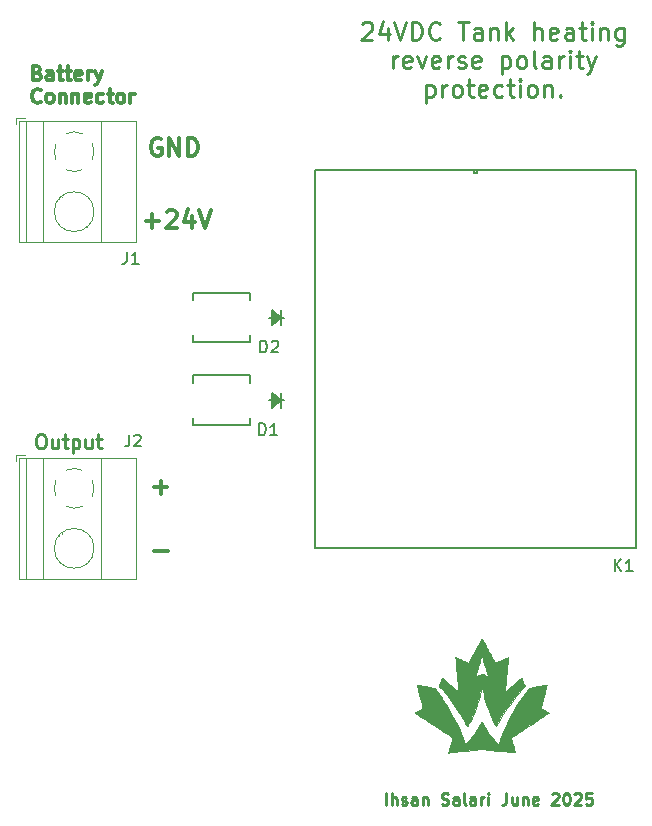
<source format=gbr>
%TF.GenerationSoftware,KiCad,Pcbnew,8.0.4*%
%TF.CreationDate,2025-06-08T14:38:43-04:00*%
%TF.ProjectId,car-battery-reverse-polarity-protection,6361722d-6261-4747-9465-72792d726576,rev?*%
%TF.SameCoordinates,Original*%
%TF.FileFunction,Legend,Top*%
%TF.FilePolarity,Positive*%
%FSLAX46Y46*%
G04 Gerber Fmt 4.6, Leading zero omitted, Abs format (unit mm)*
G04 Created by KiCad (PCBNEW 8.0.4) date 2025-06-08 14:38:43*
%MOMM*%
%LPD*%
G01*
G04 APERTURE LIST*
%ADD10C,0.300000*%
%ADD11C,0.250000*%
%ADD12C,0.150000*%
%ADD13C,0.240000*%
%ADD14C,0.010000*%
%ADD15C,0.152400*%
%ADD16C,0.120000*%
G04 APERTURE END LIST*
D10*
X122054510Y-75814484D02*
X123197368Y-75814484D01*
X122625939Y-76385912D02*
X122625939Y-75243055D01*
X123840225Y-75028769D02*
X123911653Y-74957341D01*
X123911653Y-74957341D02*
X124054511Y-74885912D01*
X124054511Y-74885912D02*
X124411653Y-74885912D01*
X124411653Y-74885912D02*
X124554511Y-74957341D01*
X124554511Y-74957341D02*
X124625939Y-75028769D01*
X124625939Y-75028769D02*
X124697368Y-75171626D01*
X124697368Y-75171626D02*
X124697368Y-75314484D01*
X124697368Y-75314484D02*
X124625939Y-75528769D01*
X124625939Y-75528769D02*
X123768796Y-76385912D01*
X123768796Y-76385912D02*
X124697368Y-76385912D01*
X125983082Y-75385912D02*
X125983082Y-76385912D01*
X125625939Y-74814484D02*
X125268796Y-75885912D01*
X125268796Y-75885912D02*
X126197367Y-75885912D01*
X126554510Y-74885912D02*
X127054510Y-76385912D01*
X127054510Y-76385912D02*
X127554510Y-74885912D01*
X123314484Y-98945489D02*
X123314484Y-97802632D01*
X123885912Y-98374060D02*
X122743055Y-98374060D01*
X112883082Y-63277038D02*
X113054510Y-63334181D01*
X113054510Y-63334181D02*
X113111653Y-63391324D01*
X113111653Y-63391324D02*
X113168796Y-63505609D01*
X113168796Y-63505609D02*
X113168796Y-63677038D01*
X113168796Y-63677038D02*
X113111653Y-63791324D01*
X113111653Y-63791324D02*
X113054510Y-63848467D01*
X113054510Y-63848467D02*
X112940225Y-63905609D01*
X112940225Y-63905609D02*
X112483082Y-63905609D01*
X112483082Y-63905609D02*
X112483082Y-62705609D01*
X112483082Y-62705609D02*
X112883082Y-62705609D01*
X112883082Y-62705609D02*
X112997368Y-62762752D01*
X112997368Y-62762752D02*
X113054510Y-62819895D01*
X113054510Y-62819895D02*
X113111653Y-62934181D01*
X113111653Y-62934181D02*
X113111653Y-63048467D01*
X113111653Y-63048467D02*
X113054510Y-63162752D01*
X113054510Y-63162752D02*
X112997368Y-63219895D01*
X112997368Y-63219895D02*
X112883082Y-63277038D01*
X112883082Y-63277038D02*
X112483082Y-63277038D01*
X114197368Y-63905609D02*
X114197368Y-63277038D01*
X114197368Y-63277038D02*
X114140225Y-63162752D01*
X114140225Y-63162752D02*
X114025939Y-63105609D01*
X114025939Y-63105609D02*
X113797368Y-63105609D01*
X113797368Y-63105609D02*
X113683082Y-63162752D01*
X114197368Y-63848467D02*
X114083082Y-63905609D01*
X114083082Y-63905609D02*
X113797368Y-63905609D01*
X113797368Y-63905609D02*
X113683082Y-63848467D01*
X113683082Y-63848467D02*
X113625939Y-63734181D01*
X113625939Y-63734181D02*
X113625939Y-63619895D01*
X113625939Y-63619895D02*
X113683082Y-63505609D01*
X113683082Y-63505609D02*
X113797368Y-63448467D01*
X113797368Y-63448467D02*
X114083082Y-63448467D01*
X114083082Y-63448467D02*
X114197368Y-63391324D01*
X114597367Y-63105609D02*
X115054510Y-63105609D01*
X114768796Y-62705609D02*
X114768796Y-63734181D01*
X114768796Y-63734181D02*
X114825939Y-63848467D01*
X114825939Y-63848467D02*
X114940224Y-63905609D01*
X114940224Y-63905609D02*
X115054510Y-63905609D01*
X115283081Y-63105609D02*
X115740224Y-63105609D01*
X115454510Y-62705609D02*
X115454510Y-63734181D01*
X115454510Y-63734181D02*
X115511653Y-63848467D01*
X115511653Y-63848467D02*
X115625938Y-63905609D01*
X115625938Y-63905609D02*
X115740224Y-63905609D01*
X116597367Y-63848467D02*
X116483081Y-63905609D01*
X116483081Y-63905609D02*
X116254510Y-63905609D01*
X116254510Y-63905609D02*
X116140224Y-63848467D01*
X116140224Y-63848467D02*
X116083081Y-63734181D01*
X116083081Y-63734181D02*
X116083081Y-63277038D01*
X116083081Y-63277038D02*
X116140224Y-63162752D01*
X116140224Y-63162752D02*
X116254510Y-63105609D01*
X116254510Y-63105609D02*
X116483081Y-63105609D01*
X116483081Y-63105609D02*
X116597367Y-63162752D01*
X116597367Y-63162752D02*
X116654510Y-63277038D01*
X116654510Y-63277038D02*
X116654510Y-63391324D01*
X116654510Y-63391324D02*
X116083081Y-63505609D01*
X117168795Y-63905609D02*
X117168795Y-63105609D01*
X117168795Y-63334181D02*
X117225938Y-63219895D01*
X117225938Y-63219895D02*
X117283081Y-63162752D01*
X117283081Y-63162752D02*
X117397366Y-63105609D01*
X117397366Y-63105609D02*
X117511652Y-63105609D01*
X117797366Y-63105609D02*
X118083080Y-63905609D01*
X118368795Y-63105609D02*
X118083080Y-63905609D01*
X118083080Y-63905609D02*
X117968795Y-64191324D01*
X117968795Y-64191324D02*
X117911652Y-64248467D01*
X117911652Y-64248467D02*
X117797366Y-64305609D01*
X113168796Y-65723257D02*
X113111653Y-65780400D01*
X113111653Y-65780400D02*
X112940225Y-65837542D01*
X112940225Y-65837542D02*
X112825939Y-65837542D01*
X112825939Y-65837542D02*
X112654510Y-65780400D01*
X112654510Y-65780400D02*
X112540225Y-65666114D01*
X112540225Y-65666114D02*
X112483082Y-65551828D01*
X112483082Y-65551828D02*
X112425939Y-65323257D01*
X112425939Y-65323257D02*
X112425939Y-65151828D01*
X112425939Y-65151828D02*
X112483082Y-64923257D01*
X112483082Y-64923257D02*
X112540225Y-64808971D01*
X112540225Y-64808971D02*
X112654510Y-64694685D01*
X112654510Y-64694685D02*
X112825939Y-64637542D01*
X112825939Y-64637542D02*
X112940225Y-64637542D01*
X112940225Y-64637542D02*
X113111653Y-64694685D01*
X113111653Y-64694685D02*
X113168796Y-64751828D01*
X113854510Y-65837542D02*
X113740225Y-65780400D01*
X113740225Y-65780400D02*
X113683082Y-65723257D01*
X113683082Y-65723257D02*
X113625939Y-65608971D01*
X113625939Y-65608971D02*
X113625939Y-65266114D01*
X113625939Y-65266114D02*
X113683082Y-65151828D01*
X113683082Y-65151828D02*
X113740225Y-65094685D01*
X113740225Y-65094685D02*
X113854510Y-65037542D01*
X113854510Y-65037542D02*
X114025939Y-65037542D01*
X114025939Y-65037542D02*
X114140225Y-65094685D01*
X114140225Y-65094685D02*
X114197368Y-65151828D01*
X114197368Y-65151828D02*
X114254510Y-65266114D01*
X114254510Y-65266114D02*
X114254510Y-65608971D01*
X114254510Y-65608971D02*
X114197368Y-65723257D01*
X114197368Y-65723257D02*
X114140225Y-65780400D01*
X114140225Y-65780400D02*
X114025939Y-65837542D01*
X114025939Y-65837542D02*
X113854510Y-65837542D01*
X114768796Y-65037542D02*
X114768796Y-65837542D01*
X114768796Y-65151828D02*
X114825939Y-65094685D01*
X114825939Y-65094685D02*
X114940224Y-65037542D01*
X114940224Y-65037542D02*
X115111653Y-65037542D01*
X115111653Y-65037542D02*
X115225939Y-65094685D01*
X115225939Y-65094685D02*
X115283082Y-65208971D01*
X115283082Y-65208971D02*
X115283082Y-65837542D01*
X115854510Y-65037542D02*
X115854510Y-65837542D01*
X115854510Y-65151828D02*
X115911653Y-65094685D01*
X115911653Y-65094685D02*
X116025938Y-65037542D01*
X116025938Y-65037542D02*
X116197367Y-65037542D01*
X116197367Y-65037542D02*
X116311653Y-65094685D01*
X116311653Y-65094685D02*
X116368796Y-65208971D01*
X116368796Y-65208971D02*
X116368796Y-65837542D01*
X117397367Y-65780400D02*
X117283081Y-65837542D01*
X117283081Y-65837542D02*
X117054510Y-65837542D01*
X117054510Y-65837542D02*
X116940224Y-65780400D01*
X116940224Y-65780400D02*
X116883081Y-65666114D01*
X116883081Y-65666114D02*
X116883081Y-65208971D01*
X116883081Y-65208971D02*
X116940224Y-65094685D01*
X116940224Y-65094685D02*
X117054510Y-65037542D01*
X117054510Y-65037542D02*
X117283081Y-65037542D01*
X117283081Y-65037542D02*
X117397367Y-65094685D01*
X117397367Y-65094685D02*
X117454510Y-65208971D01*
X117454510Y-65208971D02*
X117454510Y-65323257D01*
X117454510Y-65323257D02*
X116883081Y-65437542D01*
X118483081Y-65780400D02*
X118368795Y-65837542D01*
X118368795Y-65837542D02*
X118140223Y-65837542D01*
X118140223Y-65837542D02*
X118025938Y-65780400D01*
X118025938Y-65780400D02*
X117968795Y-65723257D01*
X117968795Y-65723257D02*
X117911652Y-65608971D01*
X117911652Y-65608971D02*
X117911652Y-65266114D01*
X117911652Y-65266114D02*
X117968795Y-65151828D01*
X117968795Y-65151828D02*
X118025938Y-65094685D01*
X118025938Y-65094685D02*
X118140223Y-65037542D01*
X118140223Y-65037542D02*
X118368795Y-65037542D01*
X118368795Y-65037542D02*
X118483081Y-65094685D01*
X118825937Y-65037542D02*
X119283080Y-65037542D01*
X118997366Y-64637542D02*
X118997366Y-65666114D01*
X118997366Y-65666114D02*
X119054509Y-65780400D01*
X119054509Y-65780400D02*
X119168794Y-65837542D01*
X119168794Y-65837542D02*
X119283080Y-65837542D01*
X119854508Y-65837542D02*
X119740223Y-65780400D01*
X119740223Y-65780400D02*
X119683080Y-65723257D01*
X119683080Y-65723257D02*
X119625937Y-65608971D01*
X119625937Y-65608971D02*
X119625937Y-65266114D01*
X119625937Y-65266114D02*
X119683080Y-65151828D01*
X119683080Y-65151828D02*
X119740223Y-65094685D01*
X119740223Y-65094685D02*
X119854508Y-65037542D01*
X119854508Y-65037542D02*
X120025937Y-65037542D01*
X120025937Y-65037542D02*
X120140223Y-65094685D01*
X120140223Y-65094685D02*
X120197366Y-65151828D01*
X120197366Y-65151828D02*
X120254508Y-65266114D01*
X120254508Y-65266114D02*
X120254508Y-65608971D01*
X120254508Y-65608971D02*
X120197366Y-65723257D01*
X120197366Y-65723257D02*
X120140223Y-65780400D01*
X120140223Y-65780400D02*
X120025937Y-65837542D01*
X120025937Y-65837542D02*
X119854508Y-65837542D01*
X120768794Y-65837542D02*
X120768794Y-65037542D01*
X120768794Y-65266114D02*
X120825937Y-65151828D01*
X120825937Y-65151828D02*
X120883080Y-65094685D01*
X120883080Y-65094685D02*
X120997365Y-65037542D01*
X120997365Y-65037542D02*
X121111651Y-65037542D01*
X123340225Y-68872257D02*
X123197368Y-68800828D01*
X123197368Y-68800828D02*
X122983082Y-68800828D01*
X122983082Y-68800828D02*
X122768796Y-68872257D01*
X122768796Y-68872257D02*
X122625939Y-69015114D01*
X122625939Y-69015114D02*
X122554510Y-69157971D01*
X122554510Y-69157971D02*
X122483082Y-69443685D01*
X122483082Y-69443685D02*
X122483082Y-69657971D01*
X122483082Y-69657971D02*
X122554510Y-69943685D01*
X122554510Y-69943685D02*
X122625939Y-70086542D01*
X122625939Y-70086542D02*
X122768796Y-70229400D01*
X122768796Y-70229400D02*
X122983082Y-70300828D01*
X122983082Y-70300828D02*
X123125939Y-70300828D01*
X123125939Y-70300828D02*
X123340225Y-70229400D01*
X123340225Y-70229400D02*
X123411653Y-70157971D01*
X123411653Y-70157971D02*
X123411653Y-69657971D01*
X123411653Y-69657971D02*
X123125939Y-69657971D01*
X124054510Y-70300828D02*
X124054510Y-68800828D01*
X124054510Y-68800828D02*
X124911653Y-70300828D01*
X124911653Y-70300828D02*
X124911653Y-68800828D01*
X125625939Y-70300828D02*
X125625939Y-68800828D01*
X125625939Y-68800828D02*
X125983082Y-68800828D01*
X125983082Y-68800828D02*
X126197368Y-68872257D01*
X126197368Y-68872257D02*
X126340225Y-69015114D01*
X126340225Y-69015114D02*
X126411654Y-69157971D01*
X126411654Y-69157971D02*
X126483082Y-69443685D01*
X126483082Y-69443685D02*
X126483082Y-69657971D01*
X126483082Y-69657971D02*
X126411654Y-69943685D01*
X126411654Y-69943685D02*
X126340225Y-70086542D01*
X126340225Y-70086542D02*
X126197368Y-70229400D01*
X126197368Y-70229400D02*
X125983082Y-70300828D01*
X125983082Y-70300828D02*
X125625939Y-70300828D01*
D11*
X142402568Y-125254675D02*
X142402568Y-124254675D01*
X142878758Y-125254675D02*
X142878758Y-124254675D01*
X143307329Y-125254675D02*
X143307329Y-124730865D01*
X143307329Y-124730865D02*
X143259710Y-124635627D01*
X143259710Y-124635627D02*
X143164472Y-124588008D01*
X143164472Y-124588008D02*
X143021615Y-124588008D01*
X143021615Y-124588008D02*
X142926377Y-124635627D01*
X142926377Y-124635627D02*
X142878758Y-124683246D01*
X143735901Y-125207056D02*
X143831139Y-125254675D01*
X143831139Y-125254675D02*
X144021615Y-125254675D01*
X144021615Y-125254675D02*
X144116853Y-125207056D01*
X144116853Y-125207056D02*
X144164472Y-125111817D01*
X144164472Y-125111817D02*
X144164472Y-125064198D01*
X144164472Y-125064198D02*
X144116853Y-124968960D01*
X144116853Y-124968960D02*
X144021615Y-124921341D01*
X144021615Y-124921341D02*
X143878758Y-124921341D01*
X143878758Y-124921341D02*
X143783520Y-124873722D01*
X143783520Y-124873722D02*
X143735901Y-124778484D01*
X143735901Y-124778484D02*
X143735901Y-124730865D01*
X143735901Y-124730865D02*
X143783520Y-124635627D01*
X143783520Y-124635627D02*
X143878758Y-124588008D01*
X143878758Y-124588008D02*
X144021615Y-124588008D01*
X144021615Y-124588008D02*
X144116853Y-124635627D01*
X145021615Y-125254675D02*
X145021615Y-124730865D01*
X145021615Y-124730865D02*
X144973996Y-124635627D01*
X144973996Y-124635627D02*
X144878758Y-124588008D01*
X144878758Y-124588008D02*
X144688282Y-124588008D01*
X144688282Y-124588008D02*
X144593044Y-124635627D01*
X145021615Y-125207056D02*
X144926377Y-125254675D01*
X144926377Y-125254675D02*
X144688282Y-125254675D01*
X144688282Y-125254675D02*
X144593044Y-125207056D01*
X144593044Y-125207056D02*
X144545425Y-125111817D01*
X144545425Y-125111817D02*
X144545425Y-125016579D01*
X144545425Y-125016579D02*
X144593044Y-124921341D01*
X144593044Y-124921341D02*
X144688282Y-124873722D01*
X144688282Y-124873722D02*
X144926377Y-124873722D01*
X144926377Y-124873722D02*
X145021615Y-124826103D01*
X145497806Y-124588008D02*
X145497806Y-125254675D01*
X145497806Y-124683246D02*
X145545425Y-124635627D01*
X145545425Y-124635627D02*
X145640663Y-124588008D01*
X145640663Y-124588008D02*
X145783520Y-124588008D01*
X145783520Y-124588008D02*
X145878758Y-124635627D01*
X145878758Y-124635627D02*
X145926377Y-124730865D01*
X145926377Y-124730865D02*
X145926377Y-125254675D01*
X147116854Y-125207056D02*
X147259711Y-125254675D01*
X147259711Y-125254675D02*
X147497806Y-125254675D01*
X147497806Y-125254675D02*
X147593044Y-125207056D01*
X147593044Y-125207056D02*
X147640663Y-125159436D01*
X147640663Y-125159436D02*
X147688282Y-125064198D01*
X147688282Y-125064198D02*
X147688282Y-124968960D01*
X147688282Y-124968960D02*
X147640663Y-124873722D01*
X147640663Y-124873722D02*
X147593044Y-124826103D01*
X147593044Y-124826103D02*
X147497806Y-124778484D01*
X147497806Y-124778484D02*
X147307330Y-124730865D01*
X147307330Y-124730865D02*
X147212092Y-124683246D01*
X147212092Y-124683246D02*
X147164473Y-124635627D01*
X147164473Y-124635627D02*
X147116854Y-124540389D01*
X147116854Y-124540389D02*
X147116854Y-124445151D01*
X147116854Y-124445151D02*
X147164473Y-124349913D01*
X147164473Y-124349913D02*
X147212092Y-124302294D01*
X147212092Y-124302294D02*
X147307330Y-124254675D01*
X147307330Y-124254675D02*
X147545425Y-124254675D01*
X147545425Y-124254675D02*
X147688282Y-124302294D01*
X148545425Y-125254675D02*
X148545425Y-124730865D01*
X148545425Y-124730865D02*
X148497806Y-124635627D01*
X148497806Y-124635627D02*
X148402568Y-124588008D01*
X148402568Y-124588008D02*
X148212092Y-124588008D01*
X148212092Y-124588008D02*
X148116854Y-124635627D01*
X148545425Y-125207056D02*
X148450187Y-125254675D01*
X148450187Y-125254675D02*
X148212092Y-125254675D01*
X148212092Y-125254675D02*
X148116854Y-125207056D01*
X148116854Y-125207056D02*
X148069235Y-125111817D01*
X148069235Y-125111817D02*
X148069235Y-125016579D01*
X148069235Y-125016579D02*
X148116854Y-124921341D01*
X148116854Y-124921341D02*
X148212092Y-124873722D01*
X148212092Y-124873722D02*
X148450187Y-124873722D01*
X148450187Y-124873722D02*
X148545425Y-124826103D01*
X149164473Y-125254675D02*
X149069235Y-125207056D01*
X149069235Y-125207056D02*
X149021616Y-125111817D01*
X149021616Y-125111817D02*
X149021616Y-124254675D01*
X149973997Y-125254675D02*
X149973997Y-124730865D01*
X149973997Y-124730865D02*
X149926378Y-124635627D01*
X149926378Y-124635627D02*
X149831140Y-124588008D01*
X149831140Y-124588008D02*
X149640664Y-124588008D01*
X149640664Y-124588008D02*
X149545426Y-124635627D01*
X149973997Y-125207056D02*
X149878759Y-125254675D01*
X149878759Y-125254675D02*
X149640664Y-125254675D01*
X149640664Y-125254675D02*
X149545426Y-125207056D01*
X149545426Y-125207056D02*
X149497807Y-125111817D01*
X149497807Y-125111817D02*
X149497807Y-125016579D01*
X149497807Y-125016579D02*
X149545426Y-124921341D01*
X149545426Y-124921341D02*
X149640664Y-124873722D01*
X149640664Y-124873722D02*
X149878759Y-124873722D01*
X149878759Y-124873722D02*
X149973997Y-124826103D01*
X150450188Y-125254675D02*
X150450188Y-124588008D01*
X150450188Y-124778484D02*
X150497807Y-124683246D01*
X150497807Y-124683246D02*
X150545426Y-124635627D01*
X150545426Y-124635627D02*
X150640664Y-124588008D01*
X150640664Y-124588008D02*
X150735902Y-124588008D01*
X151069236Y-125254675D02*
X151069236Y-124588008D01*
X151069236Y-124254675D02*
X151021617Y-124302294D01*
X151021617Y-124302294D02*
X151069236Y-124349913D01*
X151069236Y-124349913D02*
X151116855Y-124302294D01*
X151116855Y-124302294D02*
X151069236Y-124254675D01*
X151069236Y-124254675D02*
X151069236Y-124349913D01*
X152593045Y-124254675D02*
X152593045Y-124968960D01*
X152593045Y-124968960D02*
X152545426Y-125111817D01*
X152545426Y-125111817D02*
X152450188Y-125207056D01*
X152450188Y-125207056D02*
X152307331Y-125254675D01*
X152307331Y-125254675D02*
X152212093Y-125254675D01*
X153497807Y-124588008D02*
X153497807Y-125254675D01*
X153069236Y-124588008D02*
X153069236Y-125111817D01*
X153069236Y-125111817D02*
X153116855Y-125207056D01*
X153116855Y-125207056D02*
X153212093Y-125254675D01*
X153212093Y-125254675D02*
X153354950Y-125254675D01*
X153354950Y-125254675D02*
X153450188Y-125207056D01*
X153450188Y-125207056D02*
X153497807Y-125159436D01*
X153973998Y-124588008D02*
X153973998Y-125254675D01*
X153973998Y-124683246D02*
X154021617Y-124635627D01*
X154021617Y-124635627D02*
X154116855Y-124588008D01*
X154116855Y-124588008D02*
X154259712Y-124588008D01*
X154259712Y-124588008D02*
X154354950Y-124635627D01*
X154354950Y-124635627D02*
X154402569Y-124730865D01*
X154402569Y-124730865D02*
X154402569Y-125254675D01*
X155259712Y-125207056D02*
X155164474Y-125254675D01*
X155164474Y-125254675D02*
X154973998Y-125254675D01*
X154973998Y-125254675D02*
X154878760Y-125207056D01*
X154878760Y-125207056D02*
X154831141Y-125111817D01*
X154831141Y-125111817D02*
X154831141Y-124730865D01*
X154831141Y-124730865D02*
X154878760Y-124635627D01*
X154878760Y-124635627D02*
X154973998Y-124588008D01*
X154973998Y-124588008D02*
X155164474Y-124588008D01*
X155164474Y-124588008D02*
X155259712Y-124635627D01*
X155259712Y-124635627D02*
X155307331Y-124730865D01*
X155307331Y-124730865D02*
X155307331Y-124826103D01*
X155307331Y-124826103D02*
X154831141Y-124921341D01*
X156450189Y-124349913D02*
X156497808Y-124302294D01*
X156497808Y-124302294D02*
X156593046Y-124254675D01*
X156593046Y-124254675D02*
X156831141Y-124254675D01*
X156831141Y-124254675D02*
X156926379Y-124302294D01*
X156926379Y-124302294D02*
X156973998Y-124349913D01*
X156973998Y-124349913D02*
X157021617Y-124445151D01*
X157021617Y-124445151D02*
X157021617Y-124540389D01*
X157021617Y-124540389D02*
X156973998Y-124683246D01*
X156973998Y-124683246D02*
X156402570Y-125254675D01*
X156402570Y-125254675D02*
X157021617Y-125254675D01*
X157640665Y-124254675D02*
X157735903Y-124254675D01*
X157735903Y-124254675D02*
X157831141Y-124302294D01*
X157831141Y-124302294D02*
X157878760Y-124349913D01*
X157878760Y-124349913D02*
X157926379Y-124445151D01*
X157926379Y-124445151D02*
X157973998Y-124635627D01*
X157973998Y-124635627D02*
X157973998Y-124873722D01*
X157973998Y-124873722D02*
X157926379Y-125064198D01*
X157926379Y-125064198D02*
X157878760Y-125159436D01*
X157878760Y-125159436D02*
X157831141Y-125207056D01*
X157831141Y-125207056D02*
X157735903Y-125254675D01*
X157735903Y-125254675D02*
X157640665Y-125254675D01*
X157640665Y-125254675D02*
X157545427Y-125207056D01*
X157545427Y-125207056D02*
X157497808Y-125159436D01*
X157497808Y-125159436D02*
X157450189Y-125064198D01*
X157450189Y-125064198D02*
X157402570Y-124873722D01*
X157402570Y-124873722D02*
X157402570Y-124635627D01*
X157402570Y-124635627D02*
X157450189Y-124445151D01*
X157450189Y-124445151D02*
X157497808Y-124349913D01*
X157497808Y-124349913D02*
X157545427Y-124302294D01*
X157545427Y-124302294D02*
X157640665Y-124254675D01*
X158354951Y-124349913D02*
X158402570Y-124302294D01*
X158402570Y-124302294D02*
X158497808Y-124254675D01*
X158497808Y-124254675D02*
X158735903Y-124254675D01*
X158735903Y-124254675D02*
X158831141Y-124302294D01*
X158831141Y-124302294D02*
X158878760Y-124349913D01*
X158878760Y-124349913D02*
X158926379Y-124445151D01*
X158926379Y-124445151D02*
X158926379Y-124540389D01*
X158926379Y-124540389D02*
X158878760Y-124683246D01*
X158878760Y-124683246D02*
X158307332Y-125254675D01*
X158307332Y-125254675D02*
X158926379Y-125254675D01*
X159831141Y-124254675D02*
X159354951Y-124254675D01*
X159354951Y-124254675D02*
X159307332Y-124730865D01*
X159307332Y-124730865D02*
X159354951Y-124683246D01*
X159354951Y-124683246D02*
X159450189Y-124635627D01*
X159450189Y-124635627D02*
X159688284Y-124635627D01*
X159688284Y-124635627D02*
X159783522Y-124683246D01*
X159783522Y-124683246D02*
X159831141Y-124730865D01*
X159831141Y-124730865D02*
X159878760Y-124826103D01*
X159878760Y-124826103D02*
X159878760Y-125064198D01*
X159878760Y-125064198D02*
X159831141Y-125159436D01*
X159831141Y-125159436D02*
X159783522Y-125207056D01*
X159783522Y-125207056D02*
X159688284Y-125254675D01*
X159688284Y-125254675D02*
X159450189Y-125254675D01*
X159450189Y-125254675D02*
X159354951Y-125207056D01*
X159354951Y-125207056D02*
X159307332Y-125159436D01*
D10*
X123945489Y-103770600D02*
X122802632Y-103770600D01*
D11*
X140392857Y-59116453D02*
X140464285Y-59045025D01*
X140464285Y-59045025D02*
X140607143Y-58973596D01*
X140607143Y-58973596D02*
X140964285Y-58973596D01*
X140964285Y-58973596D02*
X141107143Y-59045025D01*
X141107143Y-59045025D02*
X141178571Y-59116453D01*
X141178571Y-59116453D02*
X141250000Y-59259310D01*
X141250000Y-59259310D02*
X141250000Y-59402168D01*
X141250000Y-59402168D02*
X141178571Y-59616453D01*
X141178571Y-59616453D02*
X140321428Y-60473596D01*
X140321428Y-60473596D02*
X141250000Y-60473596D01*
X142535714Y-59473596D02*
X142535714Y-60473596D01*
X142178571Y-58902168D02*
X141821428Y-59973596D01*
X141821428Y-59973596D02*
X142749999Y-59973596D01*
X143107142Y-58973596D02*
X143607142Y-60473596D01*
X143607142Y-60473596D02*
X144107142Y-58973596D01*
X144607141Y-60473596D02*
X144607141Y-58973596D01*
X144607141Y-58973596D02*
X144964284Y-58973596D01*
X144964284Y-58973596D02*
X145178570Y-59045025D01*
X145178570Y-59045025D02*
X145321427Y-59187882D01*
X145321427Y-59187882D02*
X145392856Y-59330739D01*
X145392856Y-59330739D02*
X145464284Y-59616453D01*
X145464284Y-59616453D02*
X145464284Y-59830739D01*
X145464284Y-59830739D02*
X145392856Y-60116453D01*
X145392856Y-60116453D02*
X145321427Y-60259310D01*
X145321427Y-60259310D02*
X145178570Y-60402168D01*
X145178570Y-60402168D02*
X144964284Y-60473596D01*
X144964284Y-60473596D02*
X144607141Y-60473596D01*
X146964284Y-60330739D02*
X146892856Y-60402168D01*
X146892856Y-60402168D02*
X146678570Y-60473596D01*
X146678570Y-60473596D02*
X146535713Y-60473596D01*
X146535713Y-60473596D02*
X146321427Y-60402168D01*
X146321427Y-60402168D02*
X146178570Y-60259310D01*
X146178570Y-60259310D02*
X146107141Y-60116453D01*
X146107141Y-60116453D02*
X146035713Y-59830739D01*
X146035713Y-59830739D02*
X146035713Y-59616453D01*
X146035713Y-59616453D02*
X146107141Y-59330739D01*
X146107141Y-59330739D02*
X146178570Y-59187882D01*
X146178570Y-59187882D02*
X146321427Y-59045025D01*
X146321427Y-59045025D02*
X146535713Y-58973596D01*
X146535713Y-58973596D02*
X146678570Y-58973596D01*
X146678570Y-58973596D02*
X146892856Y-59045025D01*
X146892856Y-59045025D02*
X146964284Y-59116453D01*
X148535713Y-58973596D02*
X149392856Y-58973596D01*
X148964284Y-60473596D02*
X148964284Y-58973596D01*
X150535713Y-60473596D02*
X150535713Y-59687882D01*
X150535713Y-59687882D02*
X150464284Y-59545025D01*
X150464284Y-59545025D02*
X150321427Y-59473596D01*
X150321427Y-59473596D02*
X150035713Y-59473596D01*
X150035713Y-59473596D02*
X149892855Y-59545025D01*
X150535713Y-60402168D02*
X150392855Y-60473596D01*
X150392855Y-60473596D02*
X150035713Y-60473596D01*
X150035713Y-60473596D02*
X149892855Y-60402168D01*
X149892855Y-60402168D02*
X149821427Y-60259310D01*
X149821427Y-60259310D02*
X149821427Y-60116453D01*
X149821427Y-60116453D02*
X149892855Y-59973596D01*
X149892855Y-59973596D02*
X150035713Y-59902168D01*
X150035713Y-59902168D02*
X150392855Y-59902168D01*
X150392855Y-59902168D02*
X150535713Y-59830739D01*
X151249998Y-59473596D02*
X151249998Y-60473596D01*
X151249998Y-59616453D02*
X151321427Y-59545025D01*
X151321427Y-59545025D02*
X151464284Y-59473596D01*
X151464284Y-59473596D02*
X151678570Y-59473596D01*
X151678570Y-59473596D02*
X151821427Y-59545025D01*
X151821427Y-59545025D02*
X151892856Y-59687882D01*
X151892856Y-59687882D02*
X151892856Y-60473596D01*
X152607141Y-60473596D02*
X152607141Y-58973596D01*
X152749999Y-59902168D02*
X153178570Y-60473596D01*
X153178570Y-59473596D02*
X152607141Y-60045025D01*
X154964284Y-60473596D02*
X154964284Y-58973596D01*
X155607142Y-60473596D02*
X155607142Y-59687882D01*
X155607142Y-59687882D02*
X155535713Y-59545025D01*
X155535713Y-59545025D02*
X155392856Y-59473596D01*
X155392856Y-59473596D02*
X155178570Y-59473596D01*
X155178570Y-59473596D02*
X155035713Y-59545025D01*
X155035713Y-59545025D02*
X154964284Y-59616453D01*
X156892856Y-60402168D02*
X156749999Y-60473596D01*
X156749999Y-60473596D02*
X156464285Y-60473596D01*
X156464285Y-60473596D02*
X156321427Y-60402168D01*
X156321427Y-60402168D02*
X156249999Y-60259310D01*
X156249999Y-60259310D02*
X156249999Y-59687882D01*
X156249999Y-59687882D02*
X156321427Y-59545025D01*
X156321427Y-59545025D02*
X156464285Y-59473596D01*
X156464285Y-59473596D02*
X156749999Y-59473596D01*
X156749999Y-59473596D02*
X156892856Y-59545025D01*
X156892856Y-59545025D02*
X156964285Y-59687882D01*
X156964285Y-59687882D02*
X156964285Y-59830739D01*
X156964285Y-59830739D02*
X156249999Y-59973596D01*
X158249999Y-60473596D02*
X158249999Y-59687882D01*
X158249999Y-59687882D02*
X158178570Y-59545025D01*
X158178570Y-59545025D02*
X158035713Y-59473596D01*
X158035713Y-59473596D02*
X157749999Y-59473596D01*
X157749999Y-59473596D02*
X157607141Y-59545025D01*
X158249999Y-60402168D02*
X158107141Y-60473596D01*
X158107141Y-60473596D02*
X157749999Y-60473596D01*
X157749999Y-60473596D02*
X157607141Y-60402168D01*
X157607141Y-60402168D02*
X157535713Y-60259310D01*
X157535713Y-60259310D02*
X157535713Y-60116453D01*
X157535713Y-60116453D02*
X157607141Y-59973596D01*
X157607141Y-59973596D02*
X157749999Y-59902168D01*
X157749999Y-59902168D02*
X158107141Y-59902168D01*
X158107141Y-59902168D02*
X158249999Y-59830739D01*
X158749999Y-59473596D02*
X159321427Y-59473596D01*
X158964284Y-58973596D02*
X158964284Y-60259310D01*
X158964284Y-60259310D02*
X159035713Y-60402168D01*
X159035713Y-60402168D02*
X159178570Y-60473596D01*
X159178570Y-60473596D02*
X159321427Y-60473596D01*
X159821427Y-60473596D02*
X159821427Y-59473596D01*
X159821427Y-58973596D02*
X159749999Y-59045025D01*
X159749999Y-59045025D02*
X159821427Y-59116453D01*
X159821427Y-59116453D02*
X159892856Y-59045025D01*
X159892856Y-59045025D02*
X159821427Y-58973596D01*
X159821427Y-58973596D02*
X159821427Y-59116453D01*
X160535713Y-59473596D02*
X160535713Y-60473596D01*
X160535713Y-59616453D02*
X160607142Y-59545025D01*
X160607142Y-59545025D02*
X160749999Y-59473596D01*
X160749999Y-59473596D02*
X160964285Y-59473596D01*
X160964285Y-59473596D02*
X161107142Y-59545025D01*
X161107142Y-59545025D02*
X161178571Y-59687882D01*
X161178571Y-59687882D02*
X161178571Y-60473596D01*
X162535714Y-59473596D02*
X162535714Y-60687882D01*
X162535714Y-60687882D02*
X162464285Y-60830739D01*
X162464285Y-60830739D02*
X162392856Y-60902168D01*
X162392856Y-60902168D02*
X162249999Y-60973596D01*
X162249999Y-60973596D02*
X162035714Y-60973596D01*
X162035714Y-60973596D02*
X161892856Y-60902168D01*
X162535714Y-60402168D02*
X162392856Y-60473596D01*
X162392856Y-60473596D02*
X162107142Y-60473596D01*
X162107142Y-60473596D02*
X161964285Y-60402168D01*
X161964285Y-60402168D02*
X161892856Y-60330739D01*
X161892856Y-60330739D02*
X161821428Y-60187882D01*
X161821428Y-60187882D02*
X161821428Y-59759310D01*
X161821428Y-59759310D02*
X161892856Y-59616453D01*
X161892856Y-59616453D02*
X161964285Y-59545025D01*
X161964285Y-59545025D02*
X162107142Y-59473596D01*
X162107142Y-59473596D02*
X162392856Y-59473596D01*
X162392856Y-59473596D02*
X162535714Y-59545025D01*
X143000000Y-62888512D02*
X143000000Y-61888512D01*
X143000000Y-62174226D02*
X143071429Y-62031369D01*
X143071429Y-62031369D02*
X143142858Y-61959941D01*
X143142858Y-61959941D02*
X143285715Y-61888512D01*
X143285715Y-61888512D02*
X143428572Y-61888512D01*
X144500000Y-62817084D02*
X144357143Y-62888512D01*
X144357143Y-62888512D02*
X144071429Y-62888512D01*
X144071429Y-62888512D02*
X143928571Y-62817084D01*
X143928571Y-62817084D02*
X143857143Y-62674226D01*
X143857143Y-62674226D02*
X143857143Y-62102798D01*
X143857143Y-62102798D02*
X143928571Y-61959941D01*
X143928571Y-61959941D02*
X144071429Y-61888512D01*
X144071429Y-61888512D02*
X144357143Y-61888512D01*
X144357143Y-61888512D02*
X144500000Y-61959941D01*
X144500000Y-61959941D02*
X144571429Y-62102798D01*
X144571429Y-62102798D02*
X144571429Y-62245655D01*
X144571429Y-62245655D02*
X143857143Y-62388512D01*
X145071428Y-61888512D02*
X145428571Y-62888512D01*
X145428571Y-62888512D02*
X145785714Y-61888512D01*
X146928571Y-62817084D02*
X146785714Y-62888512D01*
X146785714Y-62888512D02*
X146500000Y-62888512D01*
X146500000Y-62888512D02*
X146357142Y-62817084D01*
X146357142Y-62817084D02*
X146285714Y-62674226D01*
X146285714Y-62674226D02*
X146285714Y-62102798D01*
X146285714Y-62102798D02*
X146357142Y-61959941D01*
X146357142Y-61959941D02*
X146500000Y-61888512D01*
X146500000Y-61888512D02*
X146785714Y-61888512D01*
X146785714Y-61888512D02*
X146928571Y-61959941D01*
X146928571Y-61959941D02*
X147000000Y-62102798D01*
X147000000Y-62102798D02*
X147000000Y-62245655D01*
X147000000Y-62245655D02*
X146285714Y-62388512D01*
X147642856Y-62888512D02*
X147642856Y-61888512D01*
X147642856Y-62174226D02*
X147714285Y-62031369D01*
X147714285Y-62031369D02*
X147785714Y-61959941D01*
X147785714Y-61959941D02*
X147928571Y-61888512D01*
X147928571Y-61888512D02*
X148071428Y-61888512D01*
X148499999Y-62817084D02*
X148642856Y-62888512D01*
X148642856Y-62888512D02*
X148928570Y-62888512D01*
X148928570Y-62888512D02*
X149071427Y-62817084D01*
X149071427Y-62817084D02*
X149142856Y-62674226D01*
X149142856Y-62674226D02*
X149142856Y-62602798D01*
X149142856Y-62602798D02*
X149071427Y-62459941D01*
X149071427Y-62459941D02*
X148928570Y-62388512D01*
X148928570Y-62388512D02*
X148714285Y-62388512D01*
X148714285Y-62388512D02*
X148571427Y-62317084D01*
X148571427Y-62317084D02*
X148499999Y-62174226D01*
X148499999Y-62174226D02*
X148499999Y-62102798D01*
X148499999Y-62102798D02*
X148571427Y-61959941D01*
X148571427Y-61959941D02*
X148714285Y-61888512D01*
X148714285Y-61888512D02*
X148928570Y-61888512D01*
X148928570Y-61888512D02*
X149071427Y-61959941D01*
X150357142Y-62817084D02*
X150214285Y-62888512D01*
X150214285Y-62888512D02*
X149928571Y-62888512D01*
X149928571Y-62888512D02*
X149785713Y-62817084D01*
X149785713Y-62817084D02*
X149714285Y-62674226D01*
X149714285Y-62674226D02*
X149714285Y-62102798D01*
X149714285Y-62102798D02*
X149785713Y-61959941D01*
X149785713Y-61959941D02*
X149928571Y-61888512D01*
X149928571Y-61888512D02*
X150214285Y-61888512D01*
X150214285Y-61888512D02*
X150357142Y-61959941D01*
X150357142Y-61959941D02*
X150428571Y-62102798D01*
X150428571Y-62102798D02*
X150428571Y-62245655D01*
X150428571Y-62245655D02*
X149714285Y-62388512D01*
X152214284Y-61888512D02*
X152214284Y-63388512D01*
X152214284Y-61959941D02*
X152357142Y-61888512D01*
X152357142Y-61888512D02*
X152642856Y-61888512D01*
X152642856Y-61888512D02*
X152785713Y-61959941D01*
X152785713Y-61959941D02*
X152857142Y-62031369D01*
X152857142Y-62031369D02*
X152928570Y-62174226D01*
X152928570Y-62174226D02*
X152928570Y-62602798D01*
X152928570Y-62602798D02*
X152857142Y-62745655D01*
X152857142Y-62745655D02*
X152785713Y-62817084D01*
X152785713Y-62817084D02*
X152642856Y-62888512D01*
X152642856Y-62888512D02*
X152357142Y-62888512D01*
X152357142Y-62888512D02*
X152214284Y-62817084D01*
X153785713Y-62888512D02*
X153642856Y-62817084D01*
X153642856Y-62817084D02*
X153571427Y-62745655D01*
X153571427Y-62745655D02*
X153499999Y-62602798D01*
X153499999Y-62602798D02*
X153499999Y-62174226D01*
X153499999Y-62174226D02*
X153571427Y-62031369D01*
X153571427Y-62031369D02*
X153642856Y-61959941D01*
X153642856Y-61959941D02*
X153785713Y-61888512D01*
X153785713Y-61888512D02*
X153999999Y-61888512D01*
X153999999Y-61888512D02*
X154142856Y-61959941D01*
X154142856Y-61959941D02*
X154214285Y-62031369D01*
X154214285Y-62031369D02*
X154285713Y-62174226D01*
X154285713Y-62174226D02*
X154285713Y-62602798D01*
X154285713Y-62602798D02*
X154214285Y-62745655D01*
X154214285Y-62745655D02*
X154142856Y-62817084D01*
X154142856Y-62817084D02*
X153999999Y-62888512D01*
X153999999Y-62888512D02*
X153785713Y-62888512D01*
X155142856Y-62888512D02*
X154999999Y-62817084D01*
X154999999Y-62817084D02*
X154928570Y-62674226D01*
X154928570Y-62674226D02*
X154928570Y-61388512D01*
X156357142Y-62888512D02*
X156357142Y-62102798D01*
X156357142Y-62102798D02*
X156285713Y-61959941D01*
X156285713Y-61959941D02*
X156142856Y-61888512D01*
X156142856Y-61888512D02*
X155857142Y-61888512D01*
X155857142Y-61888512D02*
X155714284Y-61959941D01*
X156357142Y-62817084D02*
X156214284Y-62888512D01*
X156214284Y-62888512D02*
X155857142Y-62888512D01*
X155857142Y-62888512D02*
X155714284Y-62817084D01*
X155714284Y-62817084D02*
X155642856Y-62674226D01*
X155642856Y-62674226D02*
X155642856Y-62531369D01*
X155642856Y-62531369D02*
X155714284Y-62388512D01*
X155714284Y-62388512D02*
X155857142Y-62317084D01*
X155857142Y-62317084D02*
X156214284Y-62317084D01*
X156214284Y-62317084D02*
X156357142Y-62245655D01*
X157071427Y-62888512D02*
X157071427Y-61888512D01*
X157071427Y-62174226D02*
X157142856Y-62031369D01*
X157142856Y-62031369D02*
X157214285Y-61959941D01*
X157214285Y-61959941D02*
X157357142Y-61888512D01*
X157357142Y-61888512D02*
X157499999Y-61888512D01*
X157999998Y-62888512D02*
X157999998Y-61888512D01*
X157999998Y-61388512D02*
X157928570Y-61459941D01*
X157928570Y-61459941D02*
X157999998Y-61531369D01*
X157999998Y-61531369D02*
X158071427Y-61459941D01*
X158071427Y-61459941D02*
X157999998Y-61388512D01*
X157999998Y-61388512D02*
X157999998Y-61531369D01*
X158499999Y-61888512D02*
X159071427Y-61888512D01*
X158714284Y-61388512D02*
X158714284Y-62674226D01*
X158714284Y-62674226D02*
X158785713Y-62817084D01*
X158785713Y-62817084D02*
X158928570Y-62888512D01*
X158928570Y-62888512D02*
X159071427Y-62888512D01*
X159428570Y-61888512D02*
X159785713Y-62888512D01*
X160142856Y-61888512D02*
X159785713Y-62888512D01*
X159785713Y-62888512D02*
X159642856Y-63245655D01*
X159642856Y-63245655D02*
X159571427Y-63317084D01*
X159571427Y-63317084D02*
X159428570Y-63388512D01*
X145821428Y-64303428D02*
X145821428Y-65803428D01*
X145821428Y-64374857D02*
X145964286Y-64303428D01*
X145964286Y-64303428D02*
X146250000Y-64303428D01*
X146250000Y-64303428D02*
X146392857Y-64374857D01*
X146392857Y-64374857D02*
X146464286Y-64446285D01*
X146464286Y-64446285D02*
X146535714Y-64589142D01*
X146535714Y-64589142D02*
X146535714Y-65017714D01*
X146535714Y-65017714D02*
X146464286Y-65160571D01*
X146464286Y-65160571D02*
X146392857Y-65232000D01*
X146392857Y-65232000D02*
X146250000Y-65303428D01*
X146250000Y-65303428D02*
X145964286Y-65303428D01*
X145964286Y-65303428D02*
X145821428Y-65232000D01*
X147178571Y-65303428D02*
X147178571Y-64303428D01*
X147178571Y-64589142D02*
X147250000Y-64446285D01*
X147250000Y-64446285D02*
X147321429Y-64374857D01*
X147321429Y-64374857D02*
X147464286Y-64303428D01*
X147464286Y-64303428D02*
X147607143Y-64303428D01*
X148321428Y-65303428D02*
X148178571Y-65232000D01*
X148178571Y-65232000D02*
X148107142Y-65160571D01*
X148107142Y-65160571D02*
X148035714Y-65017714D01*
X148035714Y-65017714D02*
X148035714Y-64589142D01*
X148035714Y-64589142D02*
X148107142Y-64446285D01*
X148107142Y-64446285D02*
X148178571Y-64374857D01*
X148178571Y-64374857D02*
X148321428Y-64303428D01*
X148321428Y-64303428D02*
X148535714Y-64303428D01*
X148535714Y-64303428D02*
X148678571Y-64374857D01*
X148678571Y-64374857D02*
X148750000Y-64446285D01*
X148750000Y-64446285D02*
X148821428Y-64589142D01*
X148821428Y-64589142D02*
X148821428Y-65017714D01*
X148821428Y-65017714D02*
X148750000Y-65160571D01*
X148750000Y-65160571D02*
X148678571Y-65232000D01*
X148678571Y-65232000D02*
X148535714Y-65303428D01*
X148535714Y-65303428D02*
X148321428Y-65303428D01*
X149250000Y-64303428D02*
X149821428Y-64303428D01*
X149464285Y-63803428D02*
X149464285Y-65089142D01*
X149464285Y-65089142D02*
X149535714Y-65232000D01*
X149535714Y-65232000D02*
X149678571Y-65303428D01*
X149678571Y-65303428D02*
X149821428Y-65303428D01*
X150892857Y-65232000D02*
X150750000Y-65303428D01*
X150750000Y-65303428D02*
X150464286Y-65303428D01*
X150464286Y-65303428D02*
X150321428Y-65232000D01*
X150321428Y-65232000D02*
X150250000Y-65089142D01*
X150250000Y-65089142D02*
X150250000Y-64517714D01*
X150250000Y-64517714D02*
X150321428Y-64374857D01*
X150321428Y-64374857D02*
X150464286Y-64303428D01*
X150464286Y-64303428D02*
X150750000Y-64303428D01*
X150750000Y-64303428D02*
X150892857Y-64374857D01*
X150892857Y-64374857D02*
X150964286Y-64517714D01*
X150964286Y-64517714D02*
X150964286Y-64660571D01*
X150964286Y-64660571D02*
X150250000Y-64803428D01*
X152250000Y-65232000D02*
X152107142Y-65303428D01*
X152107142Y-65303428D02*
X151821428Y-65303428D01*
X151821428Y-65303428D02*
X151678571Y-65232000D01*
X151678571Y-65232000D02*
X151607142Y-65160571D01*
X151607142Y-65160571D02*
X151535714Y-65017714D01*
X151535714Y-65017714D02*
X151535714Y-64589142D01*
X151535714Y-64589142D02*
X151607142Y-64446285D01*
X151607142Y-64446285D02*
X151678571Y-64374857D01*
X151678571Y-64374857D02*
X151821428Y-64303428D01*
X151821428Y-64303428D02*
X152107142Y-64303428D01*
X152107142Y-64303428D02*
X152250000Y-64374857D01*
X152678571Y-64303428D02*
X153249999Y-64303428D01*
X152892856Y-63803428D02*
X152892856Y-65089142D01*
X152892856Y-65089142D02*
X152964285Y-65232000D01*
X152964285Y-65232000D02*
X153107142Y-65303428D01*
X153107142Y-65303428D02*
X153249999Y-65303428D01*
X153749999Y-65303428D02*
X153749999Y-64303428D01*
X153749999Y-63803428D02*
X153678571Y-63874857D01*
X153678571Y-63874857D02*
X153749999Y-63946285D01*
X153749999Y-63946285D02*
X153821428Y-63874857D01*
X153821428Y-63874857D02*
X153749999Y-63803428D01*
X153749999Y-63803428D02*
X153749999Y-63946285D01*
X154678571Y-65303428D02*
X154535714Y-65232000D01*
X154535714Y-65232000D02*
X154464285Y-65160571D01*
X154464285Y-65160571D02*
X154392857Y-65017714D01*
X154392857Y-65017714D02*
X154392857Y-64589142D01*
X154392857Y-64589142D02*
X154464285Y-64446285D01*
X154464285Y-64446285D02*
X154535714Y-64374857D01*
X154535714Y-64374857D02*
X154678571Y-64303428D01*
X154678571Y-64303428D02*
X154892857Y-64303428D01*
X154892857Y-64303428D02*
X155035714Y-64374857D01*
X155035714Y-64374857D02*
X155107143Y-64446285D01*
X155107143Y-64446285D02*
X155178571Y-64589142D01*
X155178571Y-64589142D02*
X155178571Y-65017714D01*
X155178571Y-65017714D02*
X155107143Y-65160571D01*
X155107143Y-65160571D02*
X155035714Y-65232000D01*
X155035714Y-65232000D02*
X154892857Y-65303428D01*
X154892857Y-65303428D02*
X154678571Y-65303428D01*
X155821428Y-64303428D02*
X155821428Y-65303428D01*
X155821428Y-64446285D02*
X155892857Y-64374857D01*
X155892857Y-64374857D02*
X156035714Y-64303428D01*
X156035714Y-64303428D02*
X156250000Y-64303428D01*
X156250000Y-64303428D02*
X156392857Y-64374857D01*
X156392857Y-64374857D02*
X156464286Y-64517714D01*
X156464286Y-64517714D02*
X156464286Y-65303428D01*
X157178571Y-65160571D02*
X157250000Y-65232000D01*
X157250000Y-65232000D02*
X157178571Y-65303428D01*
X157178571Y-65303428D02*
X157107143Y-65232000D01*
X157107143Y-65232000D02*
X157178571Y-65160571D01*
X157178571Y-65160571D02*
X157178571Y-65303428D01*
D12*
X161761905Y-105454819D02*
X161761905Y-104454819D01*
X162333333Y-105454819D02*
X161904762Y-104883390D01*
X162333333Y-104454819D02*
X161761905Y-105026247D01*
X163285714Y-105454819D02*
X162714286Y-105454819D01*
X163000000Y-105454819D02*
X163000000Y-104454819D01*
X163000000Y-104454819D02*
X162904762Y-104597676D01*
X162904762Y-104597676D02*
X162809524Y-104692914D01*
X162809524Y-104692914D02*
X162714286Y-104740533D01*
X131666405Y-93954819D02*
X131666405Y-92954819D01*
X131666405Y-92954819D02*
X131904500Y-92954819D01*
X131904500Y-92954819D02*
X132047357Y-93002438D01*
X132047357Y-93002438D02*
X132142595Y-93097676D01*
X132142595Y-93097676D02*
X132190214Y-93192914D01*
X132190214Y-93192914D02*
X132237833Y-93383390D01*
X132237833Y-93383390D02*
X132237833Y-93526247D01*
X132237833Y-93526247D02*
X132190214Y-93716723D01*
X132190214Y-93716723D02*
X132142595Y-93811961D01*
X132142595Y-93811961D02*
X132047357Y-93907200D01*
X132047357Y-93907200D02*
X131904500Y-93954819D01*
X131904500Y-93954819D02*
X131666405Y-93954819D01*
X133190214Y-93954819D02*
X132618786Y-93954819D01*
X132904500Y-93954819D02*
X132904500Y-92954819D01*
X132904500Y-92954819D02*
X132809262Y-93097676D01*
X132809262Y-93097676D02*
X132714024Y-93192914D01*
X132714024Y-93192914D02*
X132618786Y-93240533D01*
X131761905Y-86954819D02*
X131761905Y-85954819D01*
X131761905Y-85954819D02*
X132000000Y-85954819D01*
X132000000Y-85954819D02*
X132142857Y-86002438D01*
X132142857Y-86002438D02*
X132238095Y-86097676D01*
X132238095Y-86097676D02*
X132285714Y-86192914D01*
X132285714Y-86192914D02*
X132333333Y-86383390D01*
X132333333Y-86383390D02*
X132333333Y-86526247D01*
X132333333Y-86526247D02*
X132285714Y-86716723D01*
X132285714Y-86716723D02*
X132238095Y-86811961D01*
X132238095Y-86811961D02*
X132142857Y-86907200D01*
X132142857Y-86907200D02*
X132000000Y-86954819D01*
X132000000Y-86954819D02*
X131761905Y-86954819D01*
X132714286Y-86050057D02*
X132761905Y-86002438D01*
X132761905Y-86002438D02*
X132857143Y-85954819D01*
X132857143Y-85954819D02*
X133095238Y-85954819D01*
X133095238Y-85954819D02*
X133190476Y-86002438D01*
X133190476Y-86002438D02*
X133238095Y-86050057D01*
X133238095Y-86050057D02*
X133285714Y-86145295D01*
X133285714Y-86145295D02*
X133285714Y-86240533D01*
X133285714Y-86240533D02*
X133238095Y-86383390D01*
X133238095Y-86383390D02*
X132666667Y-86954819D01*
X132666667Y-86954819D02*
X133285714Y-86954819D01*
X120471666Y-78454819D02*
X120471666Y-79169104D01*
X120471666Y-79169104D02*
X120424047Y-79311961D01*
X120424047Y-79311961D02*
X120328809Y-79407200D01*
X120328809Y-79407200D02*
X120185952Y-79454819D01*
X120185952Y-79454819D02*
X120090714Y-79454819D01*
X121471666Y-79454819D02*
X120900238Y-79454819D01*
X121185952Y-79454819D02*
X121185952Y-78454819D01*
X121185952Y-78454819D02*
X121090714Y-78597676D01*
X121090714Y-78597676D02*
X120995476Y-78692914D01*
X120995476Y-78692914D02*
X120900238Y-78740533D01*
X120666666Y-93909819D02*
X120666666Y-94624104D01*
X120666666Y-94624104D02*
X120619047Y-94766961D01*
X120619047Y-94766961D02*
X120523809Y-94862200D01*
X120523809Y-94862200D02*
X120380952Y-94909819D01*
X120380952Y-94909819D02*
X120285714Y-94909819D01*
X121095238Y-94005057D02*
X121142857Y-93957438D01*
X121142857Y-93957438D02*
X121238095Y-93909819D01*
X121238095Y-93909819D02*
X121476190Y-93909819D01*
X121476190Y-93909819D02*
X121571428Y-93957438D01*
X121571428Y-93957438D02*
X121619047Y-94005057D01*
X121619047Y-94005057D02*
X121666666Y-94100295D01*
X121666666Y-94100295D02*
X121666666Y-94195533D01*
X121666666Y-94195533D02*
X121619047Y-94338390D01*
X121619047Y-94338390D02*
X121047619Y-94909819D01*
X121047619Y-94909819D02*
X121666666Y-94909819D01*
D13*
X113071429Y-93877662D02*
X113300001Y-93877662D01*
X113300001Y-93877662D02*
X113414286Y-93934805D01*
X113414286Y-93934805D02*
X113528572Y-94049091D01*
X113528572Y-94049091D02*
X113585715Y-94277662D01*
X113585715Y-94277662D02*
X113585715Y-94677662D01*
X113585715Y-94677662D02*
X113528572Y-94906234D01*
X113528572Y-94906234D02*
X113414286Y-95020520D01*
X113414286Y-95020520D02*
X113300001Y-95077662D01*
X113300001Y-95077662D02*
X113071429Y-95077662D01*
X113071429Y-95077662D02*
X112957144Y-95020520D01*
X112957144Y-95020520D02*
X112842858Y-94906234D01*
X112842858Y-94906234D02*
X112785715Y-94677662D01*
X112785715Y-94677662D02*
X112785715Y-94277662D01*
X112785715Y-94277662D02*
X112842858Y-94049091D01*
X112842858Y-94049091D02*
X112957144Y-93934805D01*
X112957144Y-93934805D02*
X113071429Y-93877662D01*
X114614287Y-94277662D02*
X114614287Y-95077662D01*
X114100001Y-94277662D02*
X114100001Y-94906234D01*
X114100001Y-94906234D02*
X114157144Y-95020520D01*
X114157144Y-95020520D02*
X114271429Y-95077662D01*
X114271429Y-95077662D02*
X114442858Y-95077662D01*
X114442858Y-95077662D02*
X114557144Y-95020520D01*
X114557144Y-95020520D02*
X114614287Y-94963377D01*
X115014286Y-94277662D02*
X115471429Y-94277662D01*
X115185715Y-93877662D02*
X115185715Y-94906234D01*
X115185715Y-94906234D02*
X115242858Y-95020520D01*
X115242858Y-95020520D02*
X115357143Y-95077662D01*
X115357143Y-95077662D02*
X115471429Y-95077662D01*
X115871429Y-94277662D02*
X115871429Y-95477662D01*
X115871429Y-94334805D02*
X115985715Y-94277662D01*
X115985715Y-94277662D02*
X116214286Y-94277662D01*
X116214286Y-94277662D02*
X116328572Y-94334805D01*
X116328572Y-94334805D02*
X116385715Y-94391948D01*
X116385715Y-94391948D02*
X116442857Y-94506234D01*
X116442857Y-94506234D02*
X116442857Y-94849091D01*
X116442857Y-94849091D02*
X116385715Y-94963377D01*
X116385715Y-94963377D02*
X116328572Y-95020520D01*
X116328572Y-95020520D02*
X116214286Y-95077662D01*
X116214286Y-95077662D02*
X115985715Y-95077662D01*
X115985715Y-95077662D02*
X115871429Y-95020520D01*
X117471429Y-94277662D02*
X117471429Y-95077662D01*
X116957143Y-94277662D02*
X116957143Y-94906234D01*
X116957143Y-94906234D02*
X117014286Y-95020520D01*
X117014286Y-95020520D02*
X117128571Y-95077662D01*
X117128571Y-95077662D02*
X117300000Y-95077662D01*
X117300000Y-95077662D02*
X117414286Y-95020520D01*
X117414286Y-95020520D02*
X117471429Y-94963377D01*
X117871428Y-94277662D02*
X118328571Y-94277662D01*
X118042857Y-93877662D02*
X118042857Y-94906234D01*
X118042857Y-94906234D02*
X118100000Y-95020520D01*
X118100000Y-95020520D02*
X118214285Y-95077662D01*
X118214285Y-95077662D02*
X118328571Y-95077662D01*
D14*
%TO.C,H4*%
X150518053Y-111204595D02*
X150542237Y-111243750D01*
X150579234Y-111306313D01*
X150627788Y-111390084D01*
X150686645Y-111492862D01*
X150754549Y-111612448D01*
X150830245Y-111746642D01*
X150912479Y-111893243D01*
X150999995Y-112050052D01*
X151075894Y-112186647D01*
X151166966Y-112350835D01*
X151253719Y-112507165D01*
X151334898Y-112653377D01*
X151409245Y-112787213D01*
X151475505Y-112906414D01*
X151532422Y-113008720D01*
X151578740Y-113091873D01*
X151613202Y-113153614D01*
X151634554Y-113191684D01*
X151641385Y-113203636D01*
X151651021Y-113206838D01*
X151673497Y-113203073D01*
X151711145Y-113191440D01*
X151766298Y-113171040D01*
X151841287Y-113140973D01*
X151938444Y-113100338D01*
X152060100Y-113048235D01*
X152189909Y-112991908D01*
X152311834Y-112939153D01*
X152424536Y-112891107D01*
X152524734Y-112849114D01*
X152609144Y-112814519D01*
X152674484Y-112788666D01*
X152717473Y-112772901D01*
X152734827Y-112768567D01*
X152734939Y-112768647D01*
X152734895Y-112785542D01*
X152731963Y-112831818D01*
X152726339Y-112905252D01*
X152718221Y-113003627D01*
X152707804Y-113124721D01*
X152695286Y-113266315D01*
X152680863Y-113426188D01*
X152664732Y-113602121D01*
X152647089Y-113791894D01*
X152628131Y-113993286D01*
X152608055Y-114204077D01*
X152604694Y-114239132D01*
X152584424Y-114451162D01*
X152565174Y-114654092D01*
X152547145Y-114845710D01*
X152530538Y-115023800D01*
X152515555Y-115186150D01*
X152502398Y-115330546D01*
X152491268Y-115454774D01*
X152482366Y-115556621D01*
X152475894Y-115633874D01*
X152472053Y-115684317D01*
X152471045Y-115705739D01*
X152471165Y-115706331D01*
X152483892Y-115697301D01*
X152518193Y-115668959D01*
X152571959Y-115623142D01*
X152643083Y-115561686D01*
X152729455Y-115486427D01*
X152828967Y-115399200D01*
X152939512Y-115301843D01*
X153058980Y-115196190D01*
X153164639Y-115102418D01*
X153290215Y-114990987D01*
X153408820Y-114886117D01*
X153518322Y-114789671D01*
X153616583Y-114703510D01*
X153701471Y-114629498D01*
X153770849Y-114569497D01*
X153822582Y-114525369D01*
X153854537Y-114498977D01*
X153864508Y-114491875D01*
X153869355Y-114495429D01*
X153876802Y-114507851D01*
X153887882Y-114531781D01*
X153903627Y-114569857D01*
X153925069Y-114624720D01*
X153953242Y-114699007D01*
X153989178Y-114795358D01*
X154033909Y-114916413D01*
X154085561Y-115056892D01*
X154132722Y-115185346D01*
X153997443Y-115341407D01*
X153822904Y-115547868D01*
X153639836Y-115773916D01*
X153450805Y-116015877D01*
X153258379Y-116270079D01*
X153065127Y-116532849D01*
X152873616Y-116800514D01*
X152686415Y-117069401D01*
X152506090Y-117335838D01*
X152335210Y-117596151D01*
X152176344Y-117846667D01*
X152032058Y-118083715D01*
X151904920Y-118303620D01*
X151828125Y-118444214D01*
X151741913Y-118606607D01*
X151689545Y-118530493D01*
X151589715Y-118374541D01*
X151486272Y-118192787D01*
X151381701Y-117990588D01*
X151278492Y-117773299D01*
X151179132Y-117546279D01*
X151086109Y-117314882D01*
X151001909Y-117084465D01*
X150960373Y-116960437D01*
X150885473Y-116716266D01*
X150810503Y-116448029D01*
X150737351Y-116163349D01*
X150667910Y-115869849D01*
X150604067Y-115575152D01*
X150554398Y-115322917D01*
X150509419Y-115082397D01*
X150427692Y-115489604D01*
X150337376Y-115913659D01*
X150242234Y-116308629D01*
X150141410Y-116676932D01*
X150034047Y-117020986D01*
X149919290Y-117343205D01*
X149796283Y-117646009D01*
X149664171Y-117931812D01*
X149522096Y-118203033D01*
X149382800Y-118440226D01*
X149344873Y-118500487D01*
X149312453Y-118550107D01*
X149289470Y-118583186D01*
X149280548Y-118593755D01*
X149268765Y-118583831D01*
X149246830Y-118551211D01*
X149218477Y-118501753D01*
X149201882Y-118470247D01*
X149109612Y-118298322D01*
X148998689Y-118105732D01*
X148871367Y-117895706D01*
X148729900Y-117671475D01*
X148576542Y-117436267D01*
X148413547Y-117193313D01*
X148243168Y-116945842D01*
X148067660Y-116697085D01*
X147889277Y-116450270D01*
X147710272Y-116208629D01*
X147532899Y-115975390D01*
X147359412Y-115753783D01*
X147192065Y-115547038D01*
X147033112Y-115358385D01*
X147018431Y-115341407D01*
X146883152Y-115185346D01*
X146930313Y-115056892D01*
X146984375Y-114909871D01*
X147028656Y-114790065D01*
X147064190Y-114694836D01*
X147092005Y-114621548D01*
X147113134Y-114567561D01*
X147128608Y-114530239D01*
X147139457Y-114506944D01*
X147146713Y-114495038D01*
X147151197Y-114491875D01*
X147165091Y-114502131D01*
X147200544Y-114531660D01*
X147255422Y-114578599D01*
X147327590Y-114641088D01*
X147414913Y-114717265D01*
X147515257Y-114805269D01*
X147626486Y-114903237D01*
X147746465Y-115009310D01*
X147851243Y-115102241D01*
X147976625Y-115213402D01*
X148094847Y-115317819D01*
X148203798Y-115413656D01*
X148301372Y-115499076D01*
X148385459Y-115572245D01*
X148453951Y-115631327D01*
X148504740Y-115674486D01*
X148535717Y-115699886D01*
X148544886Y-115706155D01*
X148544340Y-115689769D01*
X148540929Y-115643996D01*
X148534855Y-115571047D01*
X148526319Y-115473136D01*
X148515524Y-115352477D01*
X148502671Y-115211282D01*
X148487961Y-115051765D01*
X148471597Y-114876140D01*
X148453780Y-114686619D01*
X148434712Y-114485415D01*
X148432248Y-114459605D01*
X149931101Y-114459605D01*
X149936901Y-114461298D01*
X149960228Y-114444119D01*
X149996226Y-114411710D01*
X150000884Y-114407243D01*
X150057043Y-114360494D01*
X150126828Y-114312576D01*
X150190437Y-114276351D01*
X150332127Y-114222549D01*
X150475958Y-114199577D01*
X150618791Y-114206959D01*
X150757488Y-114244218D01*
X150888908Y-114310876D01*
X151002906Y-114399823D01*
X151043533Y-114436018D01*
X151072373Y-114458157D01*
X151084665Y-114462718D01*
X151084412Y-114460125D01*
X151078288Y-114441031D01*
X151063574Y-114394343D01*
X151041120Y-114322780D01*
X151011776Y-114229061D01*
X150976392Y-114115904D01*
X150935819Y-113986030D01*
X150890907Y-113842157D01*
X150842506Y-113687004D01*
X150794005Y-113531437D01*
X150743288Y-113368805D01*
X150695405Y-113215439D01*
X150651184Y-113073979D01*
X150611453Y-112947066D01*
X150577040Y-112837338D01*
X150548772Y-112747436D01*
X150527478Y-112680000D01*
X150513986Y-112637670D01*
X150509134Y-112623092D01*
X150504037Y-112637180D01*
X150490338Y-112678978D01*
X150468864Y-112745878D01*
X150440438Y-112835271D01*
X150405885Y-112944548D01*
X150366031Y-113071101D01*
X150321699Y-113212321D01*
X150273715Y-113365601D01*
X150223017Y-113527967D01*
X150171958Y-113691622D01*
X150123571Y-113846572D01*
X150078707Y-113990105D01*
X150038213Y-114119512D01*
X150002941Y-114232078D01*
X149973740Y-114325094D01*
X149951459Y-114395848D01*
X149936948Y-114441628D01*
X149931101Y-114459605D01*
X148432248Y-114459605D01*
X148414595Y-114274743D01*
X148411180Y-114239132D01*
X148390941Y-114027017D01*
X148371792Y-113823937D01*
X148353929Y-113632113D01*
X148337548Y-113453765D01*
X148322845Y-113291113D01*
X148310018Y-113146378D01*
X148299261Y-113021779D01*
X148290773Y-112919538D01*
X148284749Y-112841875D01*
X148281385Y-112791009D01*
X148280879Y-112769161D01*
X148281080Y-112768502D01*
X148297419Y-112772323D01*
X148339513Y-112787615D01*
X148404070Y-112813034D01*
X148487795Y-112847234D01*
X148587396Y-112888870D01*
X148699580Y-112936596D01*
X148821054Y-112989066D01*
X148823565Y-112990159D01*
X148945067Y-113042975D01*
X149057121Y-113091563D01*
X149156463Y-113134518D01*
X149239828Y-113170433D01*
X149303952Y-113197901D01*
X149345569Y-113215516D01*
X149361416Y-113221872D01*
X149361448Y-113221874D01*
X149369832Y-113208344D01*
X149392361Y-113169202D01*
X149427816Y-113106625D01*
X149474982Y-113022789D01*
X149532640Y-112919869D01*
X149599574Y-112800041D01*
X149674567Y-112665480D01*
X149756402Y-112518363D01*
X149843861Y-112360865D01*
X149929484Y-112206431D01*
X150021276Y-112041131D01*
X150108837Y-111884192D01*
X150190927Y-111737793D01*
X150266304Y-111604112D01*
X150333726Y-111485328D01*
X150391954Y-111383620D01*
X150439745Y-111301167D01*
X150475858Y-111240146D01*
X150499052Y-111202738D01*
X150507937Y-111191048D01*
X150518053Y-111204595D01*
G36*
X150518053Y-111204595D02*
G01*
X150542237Y-111243750D01*
X150579234Y-111306313D01*
X150627788Y-111390084D01*
X150686645Y-111492862D01*
X150754549Y-111612448D01*
X150830245Y-111746642D01*
X150912479Y-111893243D01*
X150999995Y-112050052D01*
X151075894Y-112186647D01*
X151166966Y-112350835D01*
X151253719Y-112507165D01*
X151334898Y-112653377D01*
X151409245Y-112787213D01*
X151475505Y-112906414D01*
X151532422Y-113008720D01*
X151578740Y-113091873D01*
X151613202Y-113153614D01*
X151634554Y-113191684D01*
X151641385Y-113203636D01*
X151651021Y-113206838D01*
X151673497Y-113203073D01*
X151711145Y-113191440D01*
X151766298Y-113171040D01*
X151841287Y-113140973D01*
X151938444Y-113100338D01*
X152060100Y-113048235D01*
X152189909Y-112991908D01*
X152311834Y-112939153D01*
X152424536Y-112891107D01*
X152524734Y-112849114D01*
X152609144Y-112814519D01*
X152674484Y-112788666D01*
X152717473Y-112772901D01*
X152734827Y-112768567D01*
X152734939Y-112768647D01*
X152734895Y-112785542D01*
X152731963Y-112831818D01*
X152726339Y-112905252D01*
X152718221Y-113003627D01*
X152707804Y-113124721D01*
X152695286Y-113266315D01*
X152680863Y-113426188D01*
X152664732Y-113602121D01*
X152647089Y-113791894D01*
X152628131Y-113993286D01*
X152608055Y-114204077D01*
X152604694Y-114239132D01*
X152584424Y-114451162D01*
X152565174Y-114654092D01*
X152547145Y-114845710D01*
X152530538Y-115023800D01*
X152515555Y-115186150D01*
X152502398Y-115330546D01*
X152491268Y-115454774D01*
X152482366Y-115556621D01*
X152475894Y-115633874D01*
X152472053Y-115684317D01*
X152471045Y-115705739D01*
X152471165Y-115706331D01*
X152483892Y-115697301D01*
X152518193Y-115668959D01*
X152571959Y-115623142D01*
X152643083Y-115561686D01*
X152729455Y-115486427D01*
X152828967Y-115399200D01*
X152939512Y-115301843D01*
X153058980Y-115196190D01*
X153164639Y-115102418D01*
X153290215Y-114990987D01*
X153408820Y-114886117D01*
X153518322Y-114789671D01*
X153616583Y-114703510D01*
X153701471Y-114629498D01*
X153770849Y-114569497D01*
X153822582Y-114525369D01*
X153854537Y-114498977D01*
X153864508Y-114491875D01*
X153869355Y-114495429D01*
X153876802Y-114507851D01*
X153887882Y-114531781D01*
X153903627Y-114569857D01*
X153925069Y-114624720D01*
X153953242Y-114699007D01*
X153989178Y-114795358D01*
X154033909Y-114916413D01*
X154085561Y-115056892D01*
X154132722Y-115185346D01*
X153997443Y-115341407D01*
X153822904Y-115547868D01*
X153639836Y-115773916D01*
X153450805Y-116015877D01*
X153258379Y-116270079D01*
X153065127Y-116532849D01*
X152873616Y-116800514D01*
X152686415Y-117069401D01*
X152506090Y-117335838D01*
X152335210Y-117596151D01*
X152176344Y-117846667D01*
X152032058Y-118083715D01*
X151904920Y-118303620D01*
X151828125Y-118444214D01*
X151741913Y-118606607D01*
X151689545Y-118530493D01*
X151589715Y-118374541D01*
X151486272Y-118192787D01*
X151381701Y-117990588D01*
X151278492Y-117773299D01*
X151179132Y-117546279D01*
X151086109Y-117314882D01*
X151001909Y-117084465D01*
X150960373Y-116960437D01*
X150885473Y-116716266D01*
X150810503Y-116448029D01*
X150737351Y-116163349D01*
X150667910Y-115869849D01*
X150604067Y-115575152D01*
X150554398Y-115322917D01*
X150509419Y-115082397D01*
X150427692Y-115489604D01*
X150337376Y-115913659D01*
X150242234Y-116308629D01*
X150141410Y-116676932D01*
X150034047Y-117020986D01*
X149919290Y-117343205D01*
X149796283Y-117646009D01*
X149664171Y-117931812D01*
X149522096Y-118203033D01*
X149382800Y-118440226D01*
X149344873Y-118500487D01*
X149312453Y-118550107D01*
X149289470Y-118583186D01*
X149280548Y-118593755D01*
X149268765Y-118583831D01*
X149246830Y-118551211D01*
X149218477Y-118501753D01*
X149201882Y-118470247D01*
X149109612Y-118298322D01*
X148998689Y-118105732D01*
X148871367Y-117895706D01*
X148729900Y-117671475D01*
X148576542Y-117436267D01*
X148413547Y-117193313D01*
X148243168Y-116945842D01*
X148067660Y-116697085D01*
X147889277Y-116450270D01*
X147710272Y-116208629D01*
X147532899Y-115975390D01*
X147359412Y-115753783D01*
X147192065Y-115547038D01*
X147033112Y-115358385D01*
X147018431Y-115341407D01*
X146883152Y-115185346D01*
X146930313Y-115056892D01*
X146984375Y-114909871D01*
X147028656Y-114790065D01*
X147064190Y-114694836D01*
X147092005Y-114621548D01*
X147113134Y-114567561D01*
X147128608Y-114530239D01*
X147139457Y-114506944D01*
X147146713Y-114495038D01*
X147151197Y-114491875D01*
X147165091Y-114502131D01*
X147200544Y-114531660D01*
X147255422Y-114578599D01*
X147327590Y-114641088D01*
X147414913Y-114717265D01*
X147515257Y-114805269D01*
X147626486Y-114903237D01*
X147746465Y-115009310D01*
X147851243Y-115102241D01*
X147976625Y-115213402D01*
X148094847Y-115317819D01*
X148203798Y-115413656D01*
X148301372Y-115499076D01*
X148385459Y-115572245D01*
X148453951Y-115631327D01*
X148504740Y-115674486D01*
X148535717Y-115699886D01*
X148544886Y-115706155D01*
X148544340Y-115689769D01*
X148540929Y-115643996D01*
X148534855Y-115571047D01*
X148526319Y-115473136D01*
X148515524Y-115352477D01*
X148502671Y-115211282D01*
X148487961Y-115051765D01*
X148471597Y-114876140D01*
X148453780Y-114686619D01*
X148434712Y-114485415D01*
X148432248Y-114459605D01*
X149931101Y-114459605D01*
X149936901Y-114461298D01*
X149960228Y-114444119D01*
X149996226Y-114411710D01*
X150000884Y-114407243D01*
X150057043Y-114360494D01*
X150126828Y-114312576D01*
X150190437Y-114276351D01*
X150332127Y-114222549D01*
X150475958Y-114199577D01*
X150618791Y-114206959D01*
X150757488Y-114244218D01*
X150888908Y-114310876D01*
X151002906Y-114399823D01*
X151043533Y-114436018D01*
X151072373Y-114458157D01*
X151084665Y-114462718D01*
X151084412Y-114460125D01*
X151078288Y-114441031D01*
X151063574Y-114394343D01*
X151041120Y-114322780D01*
X151011776Y-114229061D01*
X150976392Y-114115904D01*
X150935819Y-113986030D01*
X150890907Y-113842157D01*
X150842506Y-113687004D01*
X150794005Y-113531437D01*
X150743288Y-113368805D01*
X150695405Y-113215439D01*
X150651184Y-113073979D01*
X150611453Y-112947066D01*
X150577040Y-112837338D01*
X150548772Y-112747436D01*
X150527478Y-112680000D01*
X150513986Y-112637670D01*
X150509134Y-112623092D01*
X150504037Y-112637180D01*
X150490338Y-112678978D01*
X150468864Y-112745878D01*
X150440438Y-112835271D01*
X150405885Y-112944548D01*
X150366031Y-113071101D01*
X150321699Y-113212321D01*
X150273715Y-113365601D01*
X150223017Y-113527967D01*
X150171958Y-113691622D01*
X150123571Y-113846572D01*
X150078707Y-113990105D01*
X150038213Y-114119512D01*
X150002941Y-114232078D01*
X149973740Y-114325094D01*
X149951459Y-114395848D01*
X149936948Y-114441628D01*
X149931101Y-114459605D01*
X148432248Y-114459605D01*
X148414595Y-114274743D01*
X148411180Y-114239132D01*
X148390941Y-114027017D01*
X148371792Y-113823937D01*
X148353929Y-113632113D01*
X148337548Y-113453765D01*
X148322845Y-113291113D01*
X148310018Y-113146378D01*
X148299261Y-113021779D01*
X148290773Y-112919538D01*
X148284749Y-112841875D01*
X148281385Y-112791009D01*
X148280879Y-112769161D01*
X148281080Y-112768502D01*
X148297419Y-112772323D01*
X148339513Y-112787615D01*
X148404070Y-112813034D01*
X148487795Y-112847234D01*
X148587396Y-112888870D01*
X148699580Y-112936596D01*
X148821054Y-112989066D01*
X148823565Y-112990159D01*
X148945067Y-113042975D01*
X149057121Y-113091563D01*
X149156463Y-113134518D01*
X149239828Y-113170433D01*
X149303952Y-113197901D01*
X149345569Y-113215516D01*
X149361416Y-113221872D01*
X149361448Y-113221874D01*
X149369832Y-113208344D01*
X149392361Y-113169202D01*
X149427816Y-113106625D01*
X149474982Y-113022789D01*
X149532640Y-112919869D01*
X149599574Y-112800041D01*
X149674567Y-112665480D01*
X149756402Y-112518363D01*
X149843861Y-112360865D01*
X149929484Y-112206431D01*
X150021276Y-112041131D01*
X150108837Y-111884192D01*
X150190927Y-111737793D01*
X150266304Y-111604112D01*
X150333726Y-111485328D01*
X150391954Y-111383620D01*
X150439745Y-111301167D01*
X150475858Y-111240146D01*
X150499052Y-111202738D01*
X150507937Y-111191048D01*
X150518053Y-111204595D01*
G37*
X145026589Y-115073742D02*
X145070700Y-115081567D01*
X145139865Y-115094411D01*
X145231040Y-115111692D01*
X145341179Y-115132829D01*
X145467239Y-115157242D01*
X145606175Y-115184348D01*
X145754943Y-115213568D01*
X145757495Y-115214071D01*
X145941325Y-115250548D01*
X146095989Y-115281820D01*
X146223559Y-115308358D01*
X146326105Y-115330634D01*
X146405701Y-115349119D01*
X146464419Y-115364283D01*
X146504329Y-115376598D01*
X146527505Y-115386536D01*
X146533138Y-115390458D01*
X146561589Y-115421078D01*
X146605280Y-115474525D01*
X146661675Y-115547321D01*
X146728234Y-115635986D01*
X146802422Y-115737043D01*
X146881700Y-115847011D01*
X146963530Y-115962414D01*
X147045375Y-116079771D01*
X147124696Y-116195605D01*
X147174560Y-116269720D01*
X147410141Y-116632668D01*
X147640951Y-117007801D01*
X147864367Y-117390259D01*
X148077764Y-117775183D01*
X148278521Y-118157713D01*
X148464014Y-118532989D01*
X148631619Y-118896151D01*
X148777158Y-119238500D01*
X148813850Y-119332061D01*
X148853734Y-119438841D01*
X148894936Y-119553315D01*
X148935587Y-119669957D01*
X148973813Y-119783244D01*
X149007743Y-119887651D01*
X149035506Y-119977652D01*
X149055230Y-120047725D01*
X149063698Y-120084286D01*
X149073412Y-120122252D01*
X149083617Y-120142394D01*
X149085798Y-120143375D01*
X149101032Y-120131877D01*
X149133696Y-120099729D01*
X149180628Y-120050451D01*
X149238669Y-119987562D01*
X149304660Y-119914581D01*
X149375439Y-119835027D01*
X149447846Y-119752419D01*
X149518722Y-119670277D01*
X149584906Y-119592119D01*
X149633236Y-119533745D01*
X149781249Y-119346913D01*
X149917549Y-119162091D01*
X150046982Y-118972039D01*
X150174390Y-118769515D01*
X150304618Y-118547276D01*
X150364975Y-118439729D01*
X150409919Y-118360537D01*
X150450190Y-118293034D01*
X150483164Y-118241338D01*
X150506221Y-118209569D01*
X150516559Y-118201604D01*
X150528574Y-118219988D01*
X150552109Y-118260369D01*
X150583733Y-118316736D01*
X150619030Y-118381250D01*
X150794483Y-118691226D01*
X150972781Y-118976596D01*
X151158619Y-119244449D01*
X151356694Y-119501876D01*
X151381331Y-119532187D01*
X151441655Y-119604854D01*
X151509188Y-119684309D01*
X151580779Y-119767039D01*
X151653274Y-119849535D01*
X151723523Y-119928286D01*
X151788372Y-119999779D01*
X151844669Y-120060506D01*
X151889263Y-120106953D01*
X151919000Y-120135612D01*
X151930076Y-120143375D01*
X151939761Y-120129474D01*
X151949984Y-120095000D01*
X151952176Y-120084286D01*
X151964529Y-120033079D01*
X151986345Y-119957739D01*
X152015753Y-119863791D01*
X152050880Y-119756759D01*
X152089856Y-119642167D01*
X152130809Y-119525540D01*
X152171866Y-119412404D01*
X152211157Y-119308282D01*
X152238716Y-119238500D01*
X152383154Y-118898785D01*
X152547783Y-118541906D01*
X152729961Y-118172756D01*
X152927048Y-117796231D01*
X153136400Y-117417227D01*
X153355376Y-117040639D01*
X153581334Y-116671361D01*
X153811631Y-116314291D01*
X153839738Y-116272039D01*
X153915892Y-116159281D01*
X153996268Y-116042645D01*
X154078333Y-115925605D01*
X154159554Y-115811636D01*
X154237398Y-115704210D01*
X154309334Y-115606801D01*
X154372827Y-115522883D01*
X154425347Y-115455930D01*
X154464359Y-115409416D01*
X154482042Y-115391085D01*
X154498816Y-115382032D01*
X154532772Y-115370524D01*
X154585847Y-115356121D01*
X154659976Y-115338383D01*
X154757095Y-115316872D01*
X154879140Y-115291147D01*
X155028047Y-115260770D01*
X155205751Y-115225302D01*
X155257686Y-115215039D01*
X155406662Y-115185738D01*
X155545859Y-115158529D01*
X155672234Y-115133995D01*
X155782743Y-115112718D01*
X155874345Y-115095282D01*
X155943995Y-115082269D01*
X155988652Y-115074262D01*
X156005272Y-115071843D01*
X156005298Y-115071856D01*
X156002079Y-115087140D01*
X155991783Y-115130034D01*
X155975208Y-115197389D01*
X155953153Y-115286056D01*
X155926417Y-115392888D01*
X155895799Y-115514736D01*
X155862096Y-115648451D01*
X155826109Y-115790886D01*
X155788636Y-115938892D01*
X155750475Y-116089321D01*
X155712426Y-116239025D01*
X155675286Y-116384854D01*
X155639855Y-116523662D01*
X155606931Y-116652299D01*
X155577313Y-116767618D01*
X155551801Y-116866469D01*
X155531191Y-116945706D01*
X155516284Y-117002178D01*
X155507878Y-117032739D01*
X155507515Y-117033954D01*
X155511370Y-117046046D01*
X155530310Y-117064425D01*
X155566789Y-117090702D01*
X155623265Y-117126489D01*
X155702191Y-117173397D01*
X155806025Y-117233039D01*
X155841467Y-117253128D01*
X155935522Y-117306790D01*
X156019676Y-117355711D01*
X156090189Y-117397643D01*
X156143324Y-117430336D01*
X156175340Y-117451545D01*
X156183250Y-117458629D01*
X156170216Y-117468693D01*
X156132198Y-117495009D01*
X156070818Y-117536507D01*
X155987698Y-117592113D01*
X155884460Y-117660758D01*
X155762728Y-117741368D01*
X155624124Y-117832874D01*
X155470269Y-117934203D01*
X155302787Y-118044283D01*
X155123301Y-118162044D01*
X154933432Y-118286414D01*
X154734803Y-118416321D01*
X154580059Y-118517393D01*
X154375863Y-118650816D01*
X154179200Y-118779568D01*
X153991693Y-118902570D01*
X153814965Y-119018748D01*
X153650639Y-119127027D01*
X153500340Y-119226330D01*
X153365691Y-119315583D01*
X153248314Y-119393708D01*
X153149834Y-119459631D01*
X153071875Y-119512277D01*
X153016058Y-119550568D01*
X152984009Y-119573431D01*
X152976545Y-119579812D01*
X152981125Y-119597952D01*
X152994329Y-119643036D01*
X153015140Y-119711758D01*
X153042536Y-119800810D01*
X153075500Y-119906888D01*
X153113012Y-120026684D01*
X153154052Y-120156893D01*
X153168830Y-120203583D01*
X153210550Y-120336294D01*
X153248656Y-120459517D01*
X153282185Y-120569990D01*
X153310176Y-120664450D01*
X153331666Y-120739635D01*
X153345695Y-120792280D01*
X153351300Y-120819125D01*
X153351082Y-120821834D01*
X153334146Y-120821505D01*
X153287941Y-120817581D01*
X153214714Y-120810313D01*
X153116711Y-120799954D01*
X152996181Y-120786756D01*
X152855370Y-120770970D01*
X152696524Y-120752848D01*
X152521892Y-120732643D01*
X152333719Y-120710606D01*
X152134254Y-120686990D01*
X151925742Y-120662045D01*
X151924331Y-120661875D01*
X150507937Y-120491561D01*
X149120568Y-120658780D01*
X148913437Y-120683696D01*
X148714827Y-120707488D01*
X148527069Y-120729884D01*
X148352494Y-120750610D01*
X148193431Y-120769393D01*
X148052211Y-120785960D01*
X147931164Y-120800035D01*
X147832621Y-120811348D01*
X147758911Y-120819623D01*
X147712365Y-120824587D01*
X147695787Y-120826000D01*
X147667045Y-120821235D01*
X147658375Y-120812824D01*
X147663024Y-120795273D01*
X147676286Y-120750779D01*
X147697137Y-120682650D01*
X147724548Y-120594194D01*
X147757493Y-120488719D01*
X147794946Y-120369532D01*
X147835880Y-120239942D01*
X147848875Y-120198937D01*
X147890689Y-120066655D01*
X147929324Y-119943605D01*
X147963752Y-119833122D01*
X147992946Y-119738542D01*
X148015877Y-119663202D01*
X148031517Y-119610438D01*
X148038839Y-119583584D01*
X148039260Y-119581082D01*
X148026209Y-119570386D01*
X147988167Y-119543454D01*
X147926758Y-119501362D01*
X147843605Y-119445187D01*
X147740331Y-119376007D01*
X147618559Y-119294898D01*
X147479913Y-119202938D01*
X147326015Y-119101204D01*
X147158489Y-118990773D01*
X146978959Y-118872723D01*
X146789046Y-118748129D01*
X146590375Y-118618070D01*
X146435885Y-118517119D01*
X146231722Y-118383718D01*
X146035094Y-118255050D01*
X145847622Y-118132186D01*
X145670930Y-118016199D01*
X145506638Y-117908159D01*
X145356371Y-117809138D01*
X145221748Y-117720206D01*
X145104394Y-117642436D01*
X145005931Y-117576898D01*
X144927979Y-117524664D01*
X144872163Y-117486805D01*
X144840103Y-117464392D01*
X144832625Y-117458355D01*
X144845866Y-117447580D01*
X144883097Y-117423584D01*
X144940581Y-117388612D01*
X145014577Y-117344909D01*
X145101349Y-117294720D01*
X145174407Y-117253128D01*
X145285992Y-117189456D01*
X145371952Y-117138989D01*
X145434741Y-117100115D01*
X145476817Y-117071223D01*
X145500633Y-117050700D01*
X145508647Y-117036936D01*
X145508359Y-117033954D01*
X145500448Y-117005399D01*
X145485980Y-116950700D01*
X145465752Y-116873003D01*
X145440564Y-116775459D01*
X145411213Y-116661216D01*
X145378500Y-116533422D01*
X145343221Y-116395226D01*
X145306177Y-116249777D01*
X145268165Y-116100223D01*
X145229985Y-115949713D01*
X145192435Y-115801396D01*
X145156313Y-115658420D01*
X145122419Y-115523934D01*
X145091551Y-115401087D01*
X145064507Y-115293026D01*
X145042087Y-115202902D01*
X145025089Y-115133862D01*
X145014312Y-115089055D01*
X145010554Y-115071630D01*
X145010576Y-115071515D01*
X145026589Y-115073742D01*
G36*
X145026589Y-115073742D02*
G01*
X145070700Y-115081567D01*
X145139865Y-115094411D01*
X145231040Y-115111692D01*
X145341179Y-115132829D01*
X145467239Y-115157242D01*
X145606175Y-115184348D01*
X145754943Y-115213568D01*
X145757495Y-115214071D01*
X145941325Y-115250548D01*
X146095989Y-115281820D01*
X146223559Y-115308358D01*
X146326105Y-115330634D01*
X146405701Y-115349119D01*
X146464419Y-115364283D01*
X146504329Y-115376598D01*
X146527505Y-115386536D01*
X146533138Y-115390458D01*
X146561589Y-115421078D01*
X146605280Y-115474525D01*
X146661675Y-115547321D01*
X146728234Y-115635986D01*
X146802422Y-115737043D01*
X146881700Y-115847011D01*
X146963530Y-115962414D01*
X147045375Y-116079771D01*
X147124696Y-116195605D01*
X147174560Y-116269720D01*
X147410141Y-116632668D01*
X147640951Y-117007801D01*
X147864367Y-117390259D01*
X148077764Y-117775183D01*
X148278521Y-118157713D01*
X148464014Y-118532989D01*
X148631619Y-118896151D01*
X148777158Y-119238500D01*
X148813850Y-119332061D01*
X148853734Y-119438841D01*
X148894936Y-119553315D01*
X148935587Y-119669957D01*
X148973813Y-119783244D01*
X149007743Y-119887651D01*
X149035506Y-119977652D01*
X149055230Y-120047725D01*
X149063698Y-120084286D01*
X149073412Y-120122252D01*
X149083617Y-120142394D01*
X149085798Y-120143375D01*
X149101032Y-120131877D01*
X149133696Y-120099729D01*
X149180628Y-120050451D01*
X149238669Y-119987562D01*
X149304660Y-119914581D01*
X149375439Y-119835027D01*
X149447846Y-119752419D01*
X149518722Y-119670277D01*
X149584906Y-119592119D01*
X149633236Y-119533745D01*
X149781249Y-119346913D01*
X149917549Y-119162091D01*
X150046982Y-118972039D01*
X150174390Y-118769515D01*
X150304618Y-118547276D01*
X150364975Y-118439729D01*
X150409919Y-118360537D01*
X150450190Y-118293034D01*
X150483164Y-118241338D01*
X150506221Y-118209569D01*
X150516559Y-118201604D01*
X150528574Y-118219988D01*
X150552109Y-118260369D01*
X150583733Y-118316736D01*
X150619030Y-118381250D01*
X150794483Y-118691226D01*
X150972781Y-118976596D01*
X151158619Y-119244449D01*
X151356694Y-119501876D01*
X151381331Y-119532187D01*
X151441655Y-119604854D01*
X151509188Y-119684309D01*
X151580779Y-119767039D01*
X151653274Y-119849535D01*
X151723523Y-119928286D01*
X151788372Y-119999779D01*
X151844669Y-120060506D01*
X151889263Y-120106953D01*
X151919000Y-120135612D01*
X151930076Y-120143375D01*
X151939761Y-120129474D01*
X151949984Y-120095000D01*
X151952176Y-120084286D01*
X151964529Y-120033079D01*
X151986345Y-119957739D01*
X152015753Y-119863791D01*
X152050880Y-119756759D01*
X152089856Y-119642167D01*
X152130809Y-119525540D01*
X152171866Y-119412404D01*
X152211157Y-119308282D01*
X152238716Y-119238500D01*
X152383154Y-118898785D01*
X152547783Y-118541906D01*
X152729961Y-118172756D01*
X152927048Y-117796231D01*
X153136400Y-117417227D01*
X153355376Y-117040639D01*
X153581334Y-116671361D01*
X153811631Y-116314291D01*
X153839738Y-116272039D01*
X153915892Y-116159281D01*
X153996268Y-116042645D01*
X154078333Y-115925605D01*
X154159554Y-115811636D01*
X154237398Y-115704210D01*
X154309334Y-115606801D01*
X154372827Y-115522883D01*
X154425347Y-115455930D01*
X154464359Y-115409416D01*
X154482042Y-115391085D01*
X154498816Y-115382032D01*
X154532772Y-115370524D01*
X154585847Y-115356121D01*
X154659976Y-115338383D01*
X154757095Y-115316872D01*
X154879140Y-115291147D01*
X155028047Y-115260770D01*
X155205751Y-115225302D01*
X155257686Y-115215039D01*
X155406662Y-115185738D01*
X155545859Y-115158529D01*
X155672234Y-115133995D01*
X155782743Y-115112718D01*
X155874345Y-115095282D01*
X155943995Y-115082269D01*
X155988652Y-115074262D01*
X156005272Y-115071843D01*
X156005298Y-115071856D01*
X156002079Y-115087140D01*
X155991783Y-115130034D01*
X155975208Y-115197389D01*
X155953153Y-115286056D01*
X155926417Y-115392888D01*
X155895799Y-115514736D01*
X155862096Y-115648451D01*
X155826109Y-115790886D01*
X155788636Y-115938892D01*
X155750475Y-116089321D01*
X155712426Y-116239025D01*
X155675286Y-116384854D01*
X155639855Y-116523662D01*
X155606931Y-116652299D01*
X155577313Y-116767618D01*
X155551801Y-116866469D01*
X155531191Y-116945706D01*
X155516284Y-117002178D01*
X155507878Y-117032739D01*
X155507515Y-117033954D01*
X155511370Y-117046046D01*
X155530310Y-117064425D01*
X155566789Y-117090702D01*
X155623265Y-117126489D01*
X155702191Y-117173397D01*
X155806025Y-117233039D01*
X155841467Y-117253128D01*
X155935522Y-117306790D01*
X156019676Y-117355711D01*
X156090189Y-117397643D01*
X156143324Y-117430336D01*
X156175340Y-117451545D01*
X156183250Y-117458629D01*
X156170216Y-117468693D01*
X156132198Y-117495009D01*
X156070818Y-117536507D01*
X155987698Y-117592113D01*
X155884460Y-117660758D01*
X155762728Y-117741368D01*
X155624124Y-117832874D01*
X155470269Y-117934203D01*
X155302787Y-118044283D01*
X155123301Y-118162044D01*
X154933432Y-118286414D01*
X154734803Y-118416321D01*
X154580059Y-118517393D01*
X154375863Y-118650816D01*
X154179200Y-118779568D01*
X153991693Y-118902570D01*
X153814965Y-119018748D01*
X153650639Y-119127027D01*
X153500340Y-119226330D01*
X153365691Y-119315583D01*
X153248314Y-119393708D01*
X153149834Y-119459631D01*
X153071875Y-119512277D01*
X153016058Y-119550568D01*
X152984009Y-119573431D01*
X152976545Y-119579812D01*
X152981125Y-119597952D01*
X152994329Y-119643036D01*
X153015140Y-119711758D01*
X153042536Y-119800810D01*
X153075500Y-119906888D01*
X153113012Y-120026684D01*
X153154052Y-120156893D01*
X153168830Y-120203583D01*
X153210550Y-120336294D01*
X153248656Y-120459517D01*
X153282185Y-120569990D01*
X153310176Y-120664450D01*
X153331666Y-120739635D01*
X153345695Y-120792280D01*
X153351300Y-120819125D01*
X153351082Y-120821834D01*
X153334146Y-120821505D01*
X153287941Y-120817581D01*
X153214714Y-120810313D01*
X153116711Y-120799954D01*
X152996181Y-120786756D01*
X152855370Y-120770970D01*
X152696524Y-120752848D01*
X152521892Y-120732643D01*
X152333719Y-120710606D01*
X152134254Y-120686990D01*
X151925742Y-120662045D01*
X151924331Y-120661875D01*
X150507937Y-120491561D01*
X149120568Y-120658780D01*
X148913437Y-120683696D01*
X148714827Y-120707488D01*
X148527069Y-120729884D01*
X148352494Y-120750610D01*
X148193431Y-120769393D01*
X148052211Y-120785960D01*
X147931164Y-120800035D01*
X147832621Y-120811348D01*
X147758911Y-120819623D01*
X147712365Y-120824587D01*
X147695787Y-120826000D01*
X147667045Y-120821235D01*
X147658375Y-120812824D01*
X147663024Y-120795273D01*
X147676286Y-120750779D01*
X147697137Y-120682650D01*
X147724548Y-120594194D01*
X147757493Y-120488719D01*
X147794946Y-120369532D01*
X147835880Y-120239942D01*
X147848875Y-120198937D01*
X147890689Y-120066655D01*
X147929324Y-119943605D01*
X147963752Y-119833122D01*
X147992946Y-119738542D01*
X148015877Y-119663202D01*
X148031517Y-119610438D01*
X148038839Y-119583584D01*
X148039260Y-119581082D01*
X148026209Y-119570386D01*
X147988167Y-119543454D01*
X147926758Y-119501362D01*
X147843605Y-119445187D01*
X147740331Y-119376007D01*
X147618559Y-119294898D01*
X147479913Y-119202938D01*
X147326015Y-119101204D01*
X147158489Y-118990773D01*
X146978959Y-118872723D01*
X146789046Y-118748129D01*
X146590375Y-118618070D01*
X146435885Y-118517119D01*
X146231722Y-118383718D01*
X146035094Y-118255050D01*
X145847622Y-118132186D01*
X145670930Y-118016199D01*
X145506638Y-117908159D01*
X145356371Y-117809138D01*
X145221748Y-117720206D01*
X145104394Y-117642436D01*
X145005931Y-117576898D01*
X144927979Y-117524664D01*
X144872163Y-117486805D01*
X144840103Y-117464392D01*
X144832625Y-117458355D01*
X144845866Y-117447580D01*
X144883097Y-117423584D01*
X144940581Y-117388612D01*
X145014577Y-117344909D01*
X145101349Y-117294720D01*
X145174407Y-117253128D01*
X145285992Y-117189456D01*
X145371952Y-117138989D01*
X145434741Y-117100115D01*
X145476817Y-117071223D01*
X145500633Y-117050700D01*
X145508647Y-117036936D01*
X145508359Y-117033954D01*
X145500448Y-117005399D01*
X145485980Y-116950700D01*
X145465752Y-116873003D01*
X145440564Y-116775459D01*
X145411213Y-116661216D01*
X145378500Y-116533422D01*
X145343221Y-116395226D01*
X145306177Y-116249777D01*
X145268165Y-116100223D01*
X145229985Y-115949713D01*
X145192435Y-115801396D01*
X145156313Y-115658420D01*
X145122419Y-115523934D01*
X145091551Y-115401087D01*
X145064507Y-115293026D01*
X145042087Y-115202902D01*
X145025089Y-115133862D01*
X145014312Y-115089055D01*
X145010554Y-115071630D01*
X145010576Y-115071515D01*
X145026589Y-115073742D01*
G37*
D15*
%TO.C,K1*%
X136411000Y-71498000D02*
X136411000Y-103502000D01*
X136411000Y-103502000D02*
X163589000Y-103502000D01*
X149873000Y-71498000D02*
X149873000Y-71752000D01*
X149873000Y-71752000D02*
X150127000Y-71752000D01*
X150127000Y-71498000D02*
X149873000Y-71498000D01*
X150127000Y-71752000D02*
X150127000Y-71498000D01*
X163589000Y-71498000D02*
X136411000Y-71498000D01*
X163589000Y-103502000D02*
X163589000Y-71498000D01*
%TO.C,D1*%
X126074300Y-88891800D02*
X126074300Y-89536960D01*
X126074300Y-92463040D02*
X126074300Y-93108200D01*
X126074300Y-93108200D02*
X130925700Y-93108200D01*
X130925700Y-88891800D02*
X126074300Y-88891800D01*
X130925700Y-89536960D02*
X130925700Y-88891800D01*
X130925700Y-93108200D02*
X130925700Y-92463040D01*
X132487800Y-91000000D02*
X133757800Y-91000000D01*
X132741800Y-91635000D02*
X132741800Y-90365000D01*
X133503800Y-91000000D02*
X132741800Y-90365000D01*
X133503800Y-91000000D02*
X132741800Y-90492000D01*
X133503800Y-91000000D02*
X132741800Y-90619000D01*
X133503800Y-91000000D02*
X132741800Y-90746000D01*
X133503800Y-91000000D02*
X132741800Y-90873000D01*
X133503800Y-91000000D02*
X132741800Y-91127000D01*
X133503800Y-91000000D02*
X132741800Y-91254000D01*
X133503800Y-91000000D02*
X132741800Y-91381000D01*
X133503800Y-91000000D02*
X132741800Y-91508000D01*
X133503800Y-91000000D02*
X132741800Y-91635000D01*
X133503800Y-91635000D02*
X133503800Y-90365000D01*
%TO.C,D2*%
X126074300Y-81891800D02*
X126074300Y-82536960D01*
X126074300Y-85463040D02*
X126074300Y-86108200D01*
X126074300Y-86108200D02*
X130925700Y-86108200D01*
X130925700Y-81891800D02*
X126074300Y-81891800D01*
X130925700Y-82536960D02*
X130925700Y-81891800D01*
X130925700Y-86108200D02*
X130925700Y-85463040D01*
X132487800Y-84000000D02*
X133757800Y-84000000D01*
X132741800Y-84635000D02*
X132741800Y-83365000D01*
X133503800Y-84000000D02*
X132741800Y-83365000D01*
X133503800Y-84000000D02*
X132741800Y-83492000D01*
X133503800Y-84000000D02*
X132741800Y-83619000D01*
X133503800Y-84000000D02*
X132741800Y-83746000D01*
X133503800Y-84000000D02*
X132741800Y-83873000D01*
X133503800Y-84000000D02*
X132741800Y-84127000D01*
X133503800Y-84000000D02*
X132741800Y-84254000D01*
X133503800Y-84000000D02*
X132741800Y-84381000D01*
X133503800Y-84000000D02*
X132741800Y-84508000D01*
X133503800Y-84000000D02*
X132741800Y-84635000D01*
X133503800Y-84635000D02*
X133503800Y-83365000D01*
D16*
%TO.C,J1*%
X111100000Y-67115000D02*
X111100000Y-67615000D01*
X111340000Y-67355000D02*
X111340000Y-77635000D01*
X111840000Y-67115000D02*
X111100000Y-67115000D01*
X111900000Y-67355000D02*
X111900000Y-77635000D01*
X113400000Y-67355000D02*
X113400000Y-77635000D01*
X114761000Y-74001000D02*
X114726000Y-73966000D01*
X114977000Y-73808000D02*
X114931000Y-73761000D01*
X117069000Y-76310000D02*
X117023000Y-76263000D01*
X117275000Y-76105000D02*
X117239000Y-76070000D01*
X118301000Y-67355000D02*
X118301000Y-77635000D01*
X121261000Y-67355000D02*
X111340000Y-67355000D01*
X121261000Y-67355000D02*
X121261000Y-77635000D01*
X121261000Y-77635000D02*
X111340000Y-77635000D01*
X114319747Y-69983805D02*
G75*
G02*
X114465000Y-69271000I1680254J28806D01*
G01*
X114465244Y-70638318D02*
G75*
G02*
X114320000Y-69955000I1534756J683318D01*
G01*
X115316958Y-68419573D02*
G75*
G02*
X116684000Y-68420000I683041J-1535420D01*
G01*
X116683042Y-71490427D02*
G75*
G02*
X115316000Y-71490000I-683042J1535427D01*
G01*
X117535427Y-69271958D02*
G75*
G02*
X117535000Y-70639000I-1535420J-683041D01*
G01*
X117680000Y-75035000D02*
G75*
G02*
X114320000Y-75035000I-1680000J0D01*
G01*
X114320000Y-75035000D02*
G75*
G02*
X117680000Y-75035000I1680000J0D01*
G01*
%TO.C,J2*%
X111100000Y-95615000D02*
X111100000Y-96115000D01*
X111340000Y-95855000D02*
X111340000Y-106135000D01*
X111840000Y-95615000D02*
X111100000Y-95615000D01*
X111900000Y-95855000D02*
X111900000Y-106135000D01*
X113400000Y-95855000D02*
X113400000Y-106135000D01*
X114761000Y-102501000D02*
X114726000Y-102466000D01*
X114977000Y-102308000D02*
X114931000Y-102261000D01*
X117069000Y-104810000D02*
X117023000Y-104763000D01*
X117275000Y-104605000D02*
X117239000Y-104570000D01*
X118301000Y-95855000D02*
X118301000Y-106135000D01*
X121261000Y-95855000D02*
X111340000Y-95855000D01*
X121261000Y-95855000D02*
X121261000Y-106135000D01*
X121261000Y-106135000D02*
X111340000Y-106135000D01*
X114319747Y-98483805D02*
G75*
G02*
X114465000Y-97771000I1680254J28806D01*
G01*
X114465244Y-99138318D02*
G75*
G02*
X114320000Y-98455000I1534756J683318D01*
G01*
X115316958Y-96919573D02*
G75*
G02*
X116684000Y-96920000I683041J-1535420D01*
G01*
X116683042Y-99990427D02*
G75*
G02*
X115316000Y-99990000I-683042J1535427D01*
G01*
X117535427Y-97771958D02*
G75*
G02*
X117535000Y-99139000I-1535420J-683041D01*
G01*
X117680000Y-103535000D02*
G75*
G02*
X114320000Y-103535000I-1680000J0D01*
G01*
X114320000Y-103535000D02*
G75*
G02*
X117680000Y-103535000I1680000J0D01*
G01*
%TD*%
M02*

</source>
